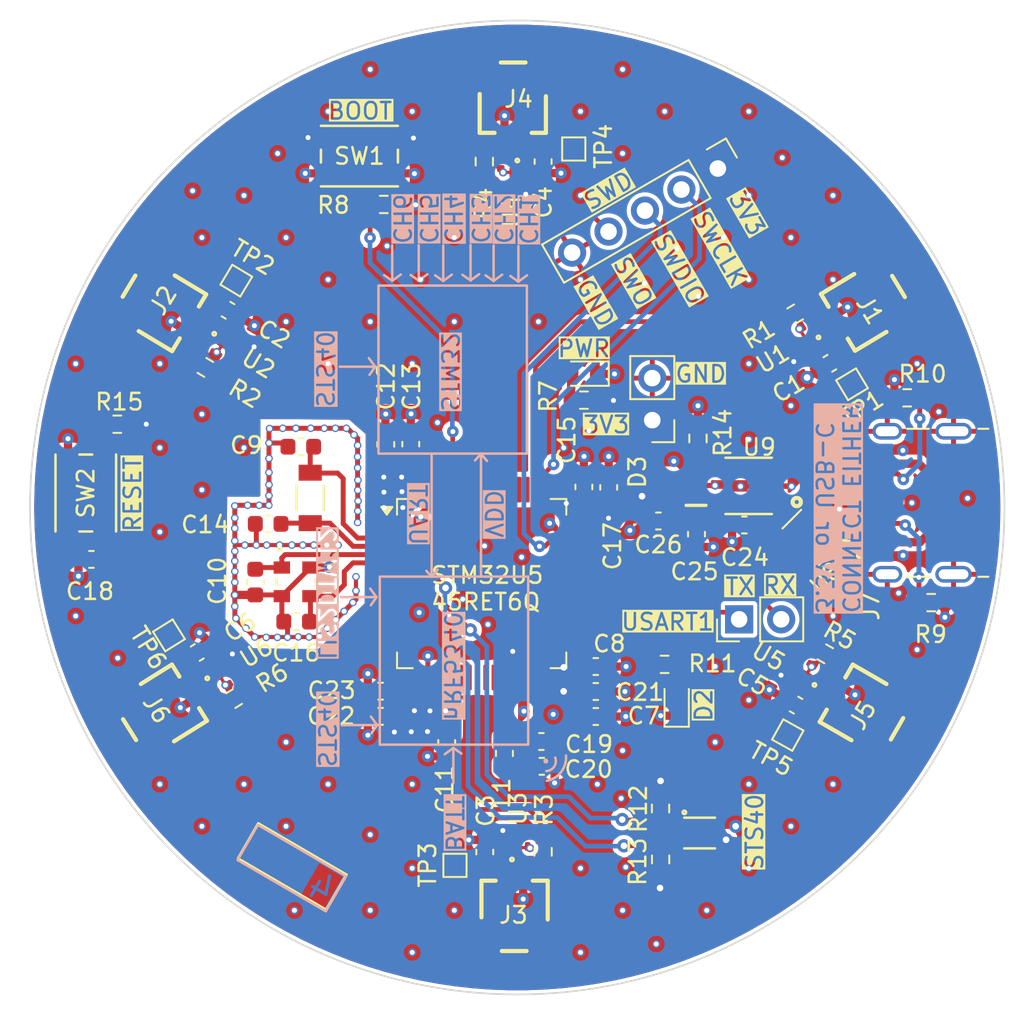
<source format=kicad_pcb>
(kicad_pcb (version 20240108) (generator "pcbnew") (generator_version "8.0")
  (title_block (date "2025-04-16"))
  (layers (0 "F.Cu" signal) (1 "In1.Cu" power) (2 "In2.Cu" power) (31 "B.Cu" signal) (34 "B.Paste" user) (35 "F.Paste" user) (36 "B.SilkS" user "B.Silkscreen") (37 "F.SilkS" user "F.Silkscreen") (38 "B.Mask" user) (39 "F.Mask" user) (44 "Edge.Cuts" user))
  (net 0 "")
  (net 1 "Net-(U1-A)")
  (net 2 "Net-(U2-A)")
  (net 3 "Net-(U3-A)")
  (net 4 "Net-(U4-A)")
  (net 5 "Net-(U5-A)")
  (net 6 "Net-(U6-A)")
  (net 7 "/VDD")
  (net 8 "/RCC_OSC32_IN")
  (net 9 "/RCC_OSC_IN")
  (net 10 "/RCC_OSC32_OUT")
  (net 11 "/RCC_OSC_OUT")
  (net 12 "/nRESET")
  (net 13 "/VBUS")
  (net 14 "Net-(D2-A)")
  (net 15 "/CC1")
  (net 18 "/CC2")
  (net 19 "/SWCLK")
  (net 20 "/SWDIO")
  (net 21 "/SDA")
  (net 22 "/SCL")
  (net 23 "/USART1_RX")
  (net 24 "/USART1_TX")
  (net 26 "/SWO")
  (net 27 "/VLXSMPS")
  (net 28 "/TIM3_CH1")
  (net 29 "/TIM4_CH1")
  (net 30 "/TIM15_CH1")
  (net 31 "/TIM2_CH1")
  (net 32 "/TIM8_CH1")
  (net 33 "/TIM5_CH1")
  (net 42 "/USB_DP")
  (net 56 "/DN")
  (net 57 "Net-(D3-IN)")
  (net 60 "Net-(D3-~{EN})")
  (net 62 "Net-(C19-Pad1)")
  (net 63 "/BOOT0")
  (net 64 "/GND")
  (net 65 "/USB_DN")
  (net 66 "/DP")
  (net 67 "/POWER_LED")
  (net 68 "/USER_LED")
  (footprint "LED_SMD:LED_0603_1608Metric" (layer "F.Cu") (at 147.54 97.12 180)
    (property "Reference" "D1" (hide yes))
    (property "Value" "GREEN")
  )
  (footprint "Capacitor_SMD:C_0603_1608Metric" (layer "F.Cu") (at 135.250002 117.819999 180)
    (property "Reference" "C22")
    (property "Value" "100nF")
  )
  (footprint "Capacitor_SMD:C_0603_1608Metric" (layer "F.Cu") (at 130.18 112.1 180)
    (property "Reference" "C16")
    (property "Value" "10pF")
  )
  (footprint "Project_Work:X2SON4XP6XP6_NEX" (layer "F.Cu") (at 143.304452 85.330736 -90)
    (property "Reference" "U4")
    (property "Value" "74LVC1G14GX4Z")
  )
  (footprint "Project_Work:SW4_PTS815 SJM 250 SMTR LFS_CNK" (layer "F.Cu") (at 133.97 83.98)
    (property "Reference" "SW1")
    (property "Value" "SW_MEC_5E")
  )
  (footprint "Project_Work:X2SON4XP6XP6_NEX" (layer "F.Cu") (at 143.378348 125.3817 90)
    (property "Reference" "U3")
    (property "Value" "74LVC1G14GX4Z")
  )
  (footprint "Resistor_SMD:R_0603_1608Metric" (layer "F.Cu") (at 167.04 98.58 180)
    (property "Reference" "R10")
    (property "Value" "5k1")
  )
  (footprint "Resistor_SMD:R_0603_1608Metric" (layer "F.Cu") (at 152.155659 126.465311 90)
    (property "Reference" "R13")
    (property "Value" "2.2K")
  )
  (footprint "Capacitor_SMD:C_0603_1608Metric" (layer "F.Cu") (at 130.43 101.534 180)
    (property "Reference" "C9")
    (property "Value" "6pF")
  )
  (footprint "Connector_PinHeader_2.54mm:PinHeader_1x02_P2.54mm_Vertical" (layer "F.Cu") (at 156.892499 111.95999 90)
    (property "Reference" "J10" (hide yes))
    (property "Value" "Conn_01x02_Pin")
  )
  (footprint "Resistor_SMD:R_0603_1608Metric" (layer "F.Cu") (at 147.5275 98.72)
    (property "Reference" "R7")
    (property "Value" "220R")
  )
  (footprint "Project_Work:X2SON4XP6XP6_NEX" (layer "F.Cu") (at 160.60028 115.20379 150)
    (property "Reference" "U5")
    (property "Value" "74LVC1G14GX4Z")
  )
  (footprint "Project_Work:TPS7A2033PDBVR" (layer "F.Cu") (at 157.47 103.9 180)
    (property "Reference" "U9")
    (property "Value" "TPS7A2033PDBVR")
  )
  (footprint "Capacitor_SMD:C_0603_1608Metric" (layer "F.Cu") (at 137.07 101.38 90)
    (property "Reference" "C13")
    (property "Value" "100nF")
  )
  (footprint "Capacitor_SMD:C_0603_1608Metric" (layer "F.Cu") (at 144.98 120.84)
    (property "Reference" "C20")
    (property "Value" "2.2uF")
  )
  (footprint "Resistor_SMD:R_0603_1608Metric" (layer "F.Cu") (at 152.149513 123.385311 -90)
    (property "Reference" "R12")
    (property "Value" "2.2K")
  )
  (footprint "Capacitor_SMD:C_0603_1608Metric" (layer "F.Cu") (at 144.955 119.34)
    (property "Reference" "C19")
    (property "Value" "2.2uF")
  )
  (footprint "Project_Work:SM02B-SRSS-TB" (layer "F.Cu") (at 122.309203 117.26423 -58)
    (property "Reference" "J6")
    (property "Value" "SM02B-SRSS-TB")
  )
  (footprint "Capacitor_SMD:C_0603_1608Metric" (layer "F.Cu") (at 148.24 116.32)
    (property "Reference" "C21")
    (property "Value" "10uF")
  )
  (footprint "Resistor_SMD:R_0603_1608Metric" (layer "F.Cu") (at 160.274531 93.510684 -149)
    (property "Reference" "R1")
    (property "Value" "200K")
  )
  (footprint "Project_Work:ECS-25MHz_XTAL" (layer "F.Cu") (at 130.15 109.696099)
    (property "Reference" "X2" (hide yes))
    (property "Value" "Crystal_GND24")
  )
  (footprint "TestPoint:TestPoint_Pad_1.0x1.0mm" (layer "F.Cu") (at 146.91 83.55 90)
    (property "Reference" "TP4")
    (property "Value" "DUT4")
  )
  (footprint "Capacitor_SMD:C_0603_1608Metric" (layer "F.Cu") (at 149.02 103.99 90)
    (property "Reference" "C17")
    (property "Value" "100nF")
  )
  (footprint "Capacitor_SMD:C_0603_1608Metric" (layer "F.Cu") (at 152.02 106.02 180)
    (property "Reference" "C26")
    (property "Value" "10uF")
  )
  (footprint "Project_Work:SM02B-SRSS-TB" (layer "F.Cu") (at 122.274754 93.194792 -121)
    (property "Reference" "J2")
    (property "Value" "SM02B-SRSS-TB")
  )
  (footprint "Capacitor_SMD:C_0603_1608Metric" (layer "F.Cu") (at 127.68 109.71 -90)
    (property "Reference" "C10")
    (property "Value" "10pF")
  )
  (footprint "Package_QFP:LQFP-64_10x10mm_P0.5mm" (layer "F.Cu") (at 141.35 109.8)
    (property "Reference" "U7" (hide yes))
    (property "Value" "STM32U545RETxQ")
  )
  (footprint "TestPoint:TestPoint_Pad_1.0x1.0mm" (layer "F.Cu") (at 159.831812 118.951195 61)
    (property "Reference" "TP5")
    (property "Value" "DUT1")
  )
  (footprint "Capacitor_SMD:C_0603_1608Metric" (layer "F.Cu") (at 154.320013 106.814997 -90)
    (property "Reference" "C25")
    (property "Value" "1uF")
  )
  (footprint "TestPoint:TestPoint_Pad_1.0x1.0mm" (layer "F.Cu") (at 122.47 112.93 122)
    (property "Reference" "TP6")
    (property "Value" "DUT2")
  )
  (footprint "Project_Work:SW4_PTS815 SJM 250 SMTR LFS_CNK" (layer "F.Cu") (at 117.45 104.33 90)
    (property "Reference" "SW2")
    (property "Value" "SW_MEC_5E")
  )
  (footprint "Project_Work:SOT65P210X110-6N" (layer "F.Cu") (at 153.344997 103.874984 180)
    (property "Reference" "D3")
    (property "Value" "NID5100GW-Q100H" (hide yes))
  )
  (footprint "Resistor_SMD:R_0603_1608Metric" (layer "F.Cu") (at 135.44 86.9 180)
    (property "Reference" "R8")
    (property "Value" "10K")
  )
  (footprint "Capacitor_SMD:C_0603_1608Metric" (layer "F.Cu") (at 162.370473 96.494655 -149)
    (property "Reference" "C1")
    (property "Value" "50pF")
  )
  (footprint "Project_Work:X2SON4XP6XP6_NEX" (layer "F.Cu") (at 126.033123 95.442412 -31)
    (property "Reference" "U2")
    (property "Value" "74LVC1G14GX4Z")
  )
  (footprint "Capacitor_SMD:C_0603_1608Metric" (layer "F.Cu") (at 145.060001 84.31 -90)
    (property "Reference" "C4")
    (property "Value" "50pF")
  )
  (footprint "Connector_PinHeader_2.54mm:PinHeader_1x05_P2.54mm_Vertical" (layer "F.Cu") (at 155.609114 84.73 -60)
    (property "Reference" "J8" (hide yes))
    (property "Value" "Conn_01x05_Pin")
  )
  (footprint "Capacitor_SMD:C_0603_1608Metric" (layer "F.Cu") (at 126.037356 93.291493 -31)
    (property "Reference" "C2")
    (property "Value" "50pF")
  )
  (footprint "Resistor_SMD:R_0603_1608Metric" (layer "F.Cu") (at 152.395 114.680001 180)
    (property "Reference" "R11")
    (property "Value" "220R")
  )
  (footprint "TestPoint:TestPoint_Pad_1.0x1.0mm" (layer "F.Cu") (at 163.710149 97.759481 -149)
    (property "Reference" "TP1")
    (property "Value" "DUT5")
  )
  (footprint "Capacitor_SMD:C_0603_1608Metric" (layer "F.Cu") (at 117.79 108.339999 180)
    (property "Reference" "C18")
    (property "Value" "100nF")
  )
  (footprint "Connector_PinHeader_2.54mm:PinHeader_1x02_P2.54mm_Vertical" (layer "F.Cu") (at 151.650022 99.929998 180)
    (property "Reference" "J9" (hide yes))
    (property "Value" "Conn_01x02_Pin")
  )
  (footprint "Project_Work:SM02B-SRSS-TB" (layer "F.Cu") (at 164.276535 93.174063 121)
    (property "Reference" "J1")
    (property "Value" "SM02B-SRSS-TB")
  )
  (footprint "Inductor_SMD:L_0603_1608Metric" (layer "F.Cu") (at 142.725 120.06 90)
    (property "Reference" "L1")
    (property "Value" "2.2uH")
  )
  (footprint "Capacitor_SMD:C_0603_1608Metric" (layer "F.Cu") (at 124.17911 113.962587 32)
    (property "Reference" "C6")
    (property "Value" "50pF")
  )
  (footprint "Capacitor_SMD:C_0603_1608Metric" (layer "F.Cu") (at 160.331453 117.144574 150)
    (property "Reference" "C5")
    (property "Value" "50pF")
  )
  (footprint "Resistor_SMD:R_0603_1608Metric" (layer "F.Cu") (at 145.058347 126.001701 90)
    (property "Reference" "R3")
    (property "Value" "200K")
  )
  (footprint "Project_Work:X2SON4XP6XP6_NEX" (layer "F.Cu") (at 125.811046 115.115389 32)
    (property "Reference" "U6")
    (property "Value" "74LVC1G14GX4Z")
  )
  (footprint "Resistor_SMD:R_0603_1608Metric" (layer "F.Cu") (at 168.49 110.95)
    (property "Reference" "R9")
    (property "Value" "5k1")
  )
  (footprint "Project_Work:X2SON4XP6XP6_NEX" (layer "F.Cu") (at 160.654147 95.316597 -149)
    (property "Reference" "U1")
    (property "Value" "74LVC1G14GX4Z")
  )
  (footprint "Capacitor_SMD:C_0603_1608Metric" (layer "F.Cu") (at 141.538348 126.016705 90)
    (property "Reference" "C3")
    (property "Value" "50pF")
  )
  (footprint "Project_Work:XTAL_ABS07_ABR" (layer "F.Cu") (at 131 104.626 -90)
    (property "Reference" "X1" (hide yes))
    (property "Value" "ABS07-32.768KHZ-6-T")
  )
  (footprint "Project_Work:SM02B-SRSS-TB" (layer "F.Cu") (at 143.338346 129.396702)
    (property "Reference" "J3")
    (property "Value" "SM02B-SRSS-TB")
  )
  (footprint "TestPoint:TestPoint_Pad_1.0x1.0mm" (layer "F.Cu") (at 126.535181 91.503412 59)
    (property "Reference" "TP2")
    (property "Value" "DUT6")
  )
  (footprint "Resistor_SMD:R_0603_1608Metric" (layer "F.Cu") (at 154.41 101.035 90)
    (property "Reference" "R14")
    (property "Value" "10K")
  )
  (footprint "Capacitor_SMD:C_0603_1608Metric" (layer "F.Cu") (at 148.24 117.83)
    (property "Reference" "C7")
    (property "Value" "10uF")
  )
  (footprint "Capacitor_SMD:C_0603_1608Metric" (layer "F.Cu") (at 135.25 116.3 180)
    (property "Reference" "C23")
    (property "Value" "10uF")
  )
  (footprint "Capacitor_SMD:C_0603_1608Metric" (layer "F.Cu") (at 139.24 119.395 -90)
    (property "Reference" "C11")
    (property "Value" "100nF")
  )
  (footprint "Project_Work:SAMESKY_UJ20-C-H-G-SMT-P16-TR-USBC-FEMALE" (layer "F.Cu") (at 169.84 104.92 90)
    (property "Reference" "J7")
    (property "Value" "UJ20-C-H-G-SMT-P16-TR")
  )
  (footprint "Project_Work:SM02B-SRSS-TB" (layer "F.Cu") (at 164.187184 117.25093 60)
    (property "Reference" "J5")
    (property "Value" "SM02B-SRSS-TB")
  )
  (footprint "Project_Work:STS40" (layer "F.Cu") (at 154.51 124.87)
    (property "Reference" "U10" (hide yes))
    (property "Value" "STS40-CD1B-R3")
  )
  (footprint "Capacitor_SMD:C_0603_1608Metric" (layer "F.Cu") (at 148.24 114.81)
    (property "Reference" "C8")
    (property "Value" "100nF")
  )
  (footprint "Capacitor_SMD:C_0603_1608Metric" (layer "F.Cu") (at 128.46 106.194 180)
    (property "Reference" "C14")
    (property "Value" "6pF")
  )
  (footprint "LED_SMD:LED_0603_1608Metric" (layer "F.Cu") (at 153.125 116.9625 90)
    (property "Reference" "D2")
    (property "Value" "RED")
  )
  (footprint "Resistor_SMD:R_0603_1608Metric" (layer "F.Cu") (at 124.665181 96.743412 -31)
    (property "Reference" "R2")
    (property "Value" "200K")
  )
  (footprint "Project_Work:SM02B-SRSS-TB" (layer "F.Cu") (at 143.230001 80.925 180)
    (property "Reference" "J4")
    (property "Value" "SM02B-SRSS-TB")
  )
  (footprint "Package_TO_SOT_SMD:SOT-23-6" (layer "F.Cu") (at 161.18 107.01 -135)
    (property "Reference" "U8")
    (property "Value" "USBLC6-2SC6")
  )
  (footprint "TestPoint:TestPoint_Pad_1.0x1.0mm" (layer "F.Cu") (at 139.738347 126.821701)
    (property "Reference" "TP3")
    (property "Value" "DUT3")
  )
  (footprint "Capacitor_SMD:C_0603_1608Metric" (layer "F.Cu") (at 135.56 101.39 90)
    (property "Reference" "C12")
    (property "Value" "100nF")
  )
  (footprint "Capacitor_SMD:C_0603_1608Metric" (layer "F.Cu") (at 147.52 103.965001 90)
    (property "Reference" "C15")
    (property "Value" "100nF")
  )
  (footprint "Resistor_SMD:R_0603_1608Metric" (layer "F.Cu") (at 141.510001 84.31 -90)
    (property "Reference" "R4")
    (property "Value" "200K")
  )
  (footprint "Capacitor_SMD:C_0603_1608Metric" (layer "F.Cu") (at 157.21 106.26 180)
    (property "Reference" "C24")
    (property "Value" "1uF")
  )
  (footprint "Resistor_SMD:R_0603_1608Metric" (layer "F.Cu") (at 126.402502 116.747309 32)
    (property "Reference" "R6")
    (property "Value" "200K")
  )
  (footprint "Resistor_SMD:R_0603_1608Metric" (layer "F.Cu") (at 162.092621 114.042082 150)
    (property "Reference" "R5")
    (property "Value" "200K")
  )
  (footprint "Resistor_SMD:R_0603_1608Metric" (layer "F.Cu") (at 119.35 100.175 180)
    (property "Reference" "R15")
    (property "Value" "4.7K")
  )
  (gr_line (start 139.64 119.729996) (end 140.13 120.07) (stroke (width 0.15)) (layer "B.SilkS"))
  (gr_line (start 135.949997 89.369996) (end 135.949997 91.509997) (stroke (width 0.15)) (layer "B.SilkS"))
  (gr_line (start 139.029999 89.379999) (end 139.029998 91.519998) (stroke (width 0.15)) (layer "B.SilkS"))
  (gr_line (start 134.619999 110.099997) (end 135.000001 110.619999) (stroke (width 0.15)) (layer "B.SilkS"))
  (gr_line (start 134.539998 96.179994) (end 134.919998 96.700001) (stroke (width 0.15)) (layer "B.SilkS"))
  (gr_line (start 139.549999 91.139999) (end 139.029998 91.519998) (stroke (width 0.15)) (layer "B.SilkS"))
  (gr_line (start 143.569996 89.419998) (end 143.569999 91.559999) (stroke (width 0.15)) (layer "B.SilkS"))
  (gr_poly (pts (xy 144.08 91.799996) (xy 144.080001 101.949998) (xy 135.119999 101.949999) (xy 135.119998 91.799999)) (stroke (width 0.15)) (fill none) (layer "B.SilkS"))
  (gr_line (start 132.78 96.699999) (end 134.919998 96.700001) (stroke (width 0.15)) (layer "B.SilkS"))
  (gr_line (start 138.329999 109.389999) (end 138.009998 109.029999) (stroke (width 0.15)) (layer "B.SilkS"))
  (gr_line (start 143.569999 91.559999) (end 143.080002 91.219999) (stroke (width 0.15)) (layer "B.SilkS"))
  (gr_poly (pts (xy 144.159999 109.379999) (xy 144.159999 119.529999) (xy 135.199999 119.53) (xy 135.199999 109.379998)) (stroke (width 0.15)) (fill none) (layer "B.SilkS"))
  (gr_line (start 141.31 101.960001) (end 141.669998 102.389997) (stroke (width 0.15)) (layer "B.SilkS"))
  (gr_line (start 136.470001 91.130001) (end 135.949997 91.509997) (stroke (width 0.15)) (layer "B.SilkS"))
  (gr_line (start 140.679999 91.489999) (end 140.190001 91.149998) (stroke (width 0.15)) (layer "B.SilkS"))
  (gr_line (start 138.070002 91.119999) (end 137.549999 91.499999) (stroke (width 0.15)) (layer "B.SilkS"))
  (gr_arc (start 146.440536 120.182719) (mid 146.155412 121.169935) (end 145.284914 121.715946) (stroke (width 0.15)) (layer "B.SilkS"))
  (gr_line (start 141.31 101.960001) (end 141.309996 109.369999) (stroke (width 0.15)) (layer "B.SilkS"))
  (gr_line (start 138.330001 102) (end 138.329999 109.389999) (stroke (width 0.15)) (layer "B.SilkS"))
  (gr_line (start 138.329999 109.389999) (end 138.690001 108.959997) (stroke (width 0.15)) (layer "B.SilkS"))
  (gr_line (start 137.549999 91.499999) (end 137.059998 91.159997) (stroke (width 0.15)) (layer "B.SilkS"))
  (gr_line (start 144.089997 91.180001) (end 143.569999 91.559999) (stroke (width 0.15)) (layer "B.SilkS"))
  (gr_line (start 141.669998 102.389997) (end 141.31 101.960001) (stroke (width 0.15)) (layer "B.SilkS"))
  (gr_line (start 137.549997 89.360001) (end 137.549999 91.499999) (stroke (width 0.15)) (layer "B.SilkS"))
  (gr_poly (pts (xy 131.94 129.6) (xy 126.617104 126.5) (xy 127.842106 124.378238) (xy 133.164999 127.478237)) (stroke (width 0.15)) (fill none) (layer "B.SilkS"))
  (gr_arc (start 145.789997 120.309998) (mid 145.729447 120.853549) (end 145.254943 121.125507) (stroke (width 0.15)) (layer "B.SilkS"))
  (gr_line (start 135.000001 110.619999) (end 134.659996 111.109997) (stroke (width 0.15)) (layer "B.SilkS"))
  (gr_line (start 142.069998 91.52) (end 141.579999 91.179999) (stroke (width 0.15)) (layer "B.SilkS"))
  (gr_arc (start 145.224314 120.522131) (mid 145.224314 120.522131) (end 145.224314 120.522131) (stroke (width 0.15)) (layer "B.SilkS"))
  (gr_line (start 142.070001 89.38) (end 142.069998 91.52) (stroke (width 0.15)) (layer "B.SilkS"))
  (gr_line (start 134.659999 117.829998) (end 135.039998 118.349999) (stroke (width 0.15)) (layer "B.SilkS"))
  (gr_line (start 132.859998 110.619998) (end 135.000001 110.619999) (stroke (width 0.15)) (layer "B.SilkS"))
  (gr_line (start 135.949997 91.509997) (end 135.459997 91.169999) (stroke (width 0.15)) (layer "B.SilkS"))
  (gr_line (start 132.899999 118.349999) (end 135.039998 118.349999) (stroke (width 0.15)) (layer "B.SilkS"))
  (gr_line (start 135.039998 118.349999) (end 134.7 118.840001) (stroke (width 0.15)) (layer "B.SilkS"))
  (gr_line (start 139.029998 91.519998) (end 138.539999 91.179999) (stroke (width 0.15)) (layer "B.SilkS"))
  (gr_line (start 139.640002 121.87) (end 139.64 119.729996) (stroke (width 0.15)) (layer "B.SilkS"))
  (gr_line (start 142.589999 91.139999) (end 142.069998 91.52) (stroke (width 0.15)) (layer "B.SilkS"))
  (gr_line (start 134.919998 96.700001) (end 134.579998 97.189998) (stroke (width 0.15)) (layer "B.SilkS"))
  (gr_line (start 141.199998 91.109998) (end 140.679999 91.489999) (stroke (width 0.15)) (layer "B.SilkS"))
  (gr_line (start 141.31 101.960001) (end 140.949998 102.359999) (stroke (width 0.15)) (layer "B.SilkS"))
  (gr_line (start 139.119996 120.109998) (end 139.64 119.729996) (stroke (width 0.15)) (layer "B.SilkS"))
  (gr_line (start 140.679999 89.350002) (end 140.679999 91.489999) (stroke (width 0.15)) (layer "B.SilkS"))
  (gr_poly (pts (xy 131.96 129.5) (xy 126.637104 126.4) (xy 127.862106 124.278238) (xy 133.184999 127.378237)) (stroke (width 0.15)) (fill none) (layer "F.SilkS"))
  (gr_circle (center 143.5 105.203808) (end 159.32 130.003808) (stroke (width 0.1)) (fill none) (layer "Edge.Cuts"))
  (gr_text "1" (at 126.81 126.19 -30) (layer "F.Cu") (effects (font (size 1.5 1.5) (thickness 0.1875)) (justify left bottom)))
  (gr_text "4" (at 131.95 129.37 330) (layer "B.Cu") (effects (font (size 1.5 1.5) (thickness 0.1875)) (justify left bottom mirror)))
  (gr_text "LIS2DTW12" (at 131.409999 114.489999 -90) (layer "B.SilkS" knockout) (effects (font (size 1 1)) (justify left bottom mirror)))
  (gr_text "CH5\n" (at 137.549997 89.360001 -90) (layer "B.SilkS" knockout) (effects (font (size 1 1)) (justify left bottom mirror)))
  (gr_text "CONNECT EITHER\n3.3V or USB-C" (at 161.45 111.675 -90) (layer "B.SilkS" knockout) (effects (font (size 1 1)) (justify left bottom mirror)))
  (gr_text "UART" (at 136.899997 107.579997 -90) (layer "B.SilkS" knockout) (effects (font (size 1 1)) (justify left bottom mirror)))
  (gr_text "CH2\n" (at 142.070001 89.38 -90) (layer "B.SilkS" knockout) (effects (font (size 1 1)) (justify left bottom mirror)))
  (gr_text "nRF5340" (at 139.01 118.170002 -90) (layer "B.SilkS" knockout) (effects (font (size 1 1)) (justify left bottom mirror)))
  (gr_text "CH6\n" (at 135.949997 89.369996 -90) (layer "B.SilkS" knockout) (effects (font (size 1 1)) (justify left bottom mirror)))
  (gr_text "CH4\n" (at 139.029999 89.379999 -90) (layer "B.SilkS" knockout) (effects (font (size 1 1)) (justify left bottom mirror)))
  (gr_text "BATT" (at 139.109999 126.090001 -90) (layer "B.SilkS" knockout) (effects (font (size 1 1)) (justify left bottom mirror)))
  (gr_text "CH1" (at 143.569996 89.419998 -90) (layer "B.SilkS" knockout) (effects (font (size 1 1)) (justify left bottom mirror)))
  (gr_text "VDD" (at 141.479999 107.109999 -90) (layer "B.SilkS" knockout) (effects (font (size 1 1)) (justify left bottom mirror)))
  (gr_text "STS40" (at 131.41 120.979997 -90) (layer "B.SilkS" knockout) (effects (font (size 1 1)) (justify left bottom mirror)))
  (gr_text "STS40" (at 131.289999 99.229999 -90) (layer "B.SilkS" knockout) (effects (font (size 1 1)) (justify left bottom mirror)))
  (gr_text "CH3\n" (at 140.679999 89.350002 -90) (layer "B.SilkS" knockout) (effects (font (size 1 1)) (justify left bottom mirror)))
  (gr_text "STM32" (at 138.840002 99.489998 -90) (layer "B.SilkS" knockout) (effects (font (size 1 1)) (justify left bottom mirror)))
  (gr_text "SWO" (at 149.15 90.4 -60) (layer "F.SilkS" knockout) (effects (font (size 1 1)) (justify left bottom)))
  (gr_text "SWCLK" (at 153.95 87.65 -60) (layer "F.SilkS" knockout) (effects (font (size 1 1)) (justify left bottom)))
  (gr_text "RESET" (at 120.86 106.77 90) (layer "F.SilkS" knockout) (effects (font (size 1 1)) (justify left bottom)))
  (gr_text "PWR" (at 145.85 96.19 0) (layer "F.SilkS" knockout) (effects (font (size 1 1)) (justify left bottom)))
  (gr_text "STM32U5\n45RET6Q" (at 138.21 111.49 0) (layer "F.SilkS") (effects (font (size 1 1)) (justify left bottom)))
  (gr_text "GND" (at 146.89 91.74 -60) (layer "F.SilkS" knockout) (effects (font (size 1 1)) (justify left bottom)))
  (gr_text "BOOT" (at 131.98 81.84 0) (layer "F.SilkS" knockout) (effects (font (size 1 1)) (justify left bottom)))
  (gr_text "TX" (at 155.98 110.57 0) (layer "F.SilkS" knockout) (effects (font (size 1 1)) (justify left bottom)))
  (gr_text "3V3" (at 147.4 100.79 0) (layer "F.SilkS" knockout) (effects (font (size 1 1)) (justify left bottom)))
  (gr_text "GND" (at 152.96 97.73 0) (layer "F.SilkS" knockout) (effects (font (size 1 1)) (justify left bottom)))
  (gr_text "STS40" (at 158.42 127.18 90) (layer "F.SilkS" knockout) (effects (font (size 1 1)) (justify left bottom)))
  (gr_text "USART1" (at 149.69 112.7 0) (layer "F.SilkS" knockout) (effects (font (size 1 1)) (justify left bottom)))
  (gr_text "SWDIO" (at 151.57 89.02 -60) (layer "F.SilkS" knockout) (effects (font (size 1 1)) (justify left bottom)))
  (gr_text "SWD " (at 147.88 87.4 30) (layer "F.SilkS" knockout) (effects (font (size 1 1)) (justify left bottom)))
  (gr_text "3V3" (at 156.12 86.46 -60) (layer "F.SilkS" knockout) (effects (font (size 1 1)) (justify left bottom)))
  (gr_text "RX" (at 158.25 110.5 0) (layer "F.SilkS" knockout) (effects (font (size 1 1)) (justify left bottom)))
  (segment (start 161.919198 94.799728) (end 161.773259 94.763364) (width 0.2) (layer "F.Cu") (net 1))
  (segment (start 163.237992 95.280388) (end 163.034774 96.095544) (width 0.2) (layer "F.Cu") (net 1))
  (segment (start 161.639738 94.730061) (end 162.35918 94.90947) (width 0.2) (layer "F.Cu") (net 1))
  (segment (start 160.981713 93.085791) (end 160.884944 93.473863) (width 0.2) (layer "F.Cu") (net 1))
  (segment (start 163.677724 97.830594) (end 163.752579 97.5063) (width 0.2) (layer "F.Cu") (net 1))
  (segment (start 160.981698 93.085762) (end 161.113211 93.29621) (width 0.2) (layer "F.Cu") (net 1))
  (segment (start 161.474729 95.05686) (end 161.07287 95.298333) (width 0.2) (layer "F.Cu") (net 1))
  (segment (start 160.884944 93.473863) (end 161.639738 94.730061) (width 0.2) (layer "F.Cu") (net 1))
  (segment (start 161.508187 94.922608) (end 161.474729 95.05686) (width 0.2) (layer "F.Cu") (net 1))
  (segment (start 162.990585 96.286826) (end 163.03478 96.095537) (width 0.2) (layer "F.Cu") (net 1))
  (segment (start 163.794898 97.36058) (end 163.677724 97.830594) (width 0.2) (layer "F.Cu") (net 1))
  (segment (start 162.35918 94.90947) (end 162.841116 94.619849) (width 0.2) (layer "F.Cu") (net 1))
  (segment (start 163.034774 96.095544) (end 163.794898 97.36058) (width 0.2) (layer "F.Cu") (net 1))
  (segment (start 161.773259 94.763364) (end 161.508187 94.922608) (width 0.2) (layer "F.Cu") (net 1))
  (segment (start 162.841116 94.619849) (end 163.237992 95.280388) (width 0.2) (layer "F.Cu") (net 1))
  (segment (start 124.025181 96.473412) (end 124.913935 95.039733) (width 0.2) (layer "F.Cu") (net 2))
  (segment (start 125.186336 94.36093) (end 125.226064 94.520266) (width 0.2) (layer "F.Cu") (net 2))
  (segment (start 125.373058 92.892337) (end 126.209992 91.499449) (width 0.2) (layer "F.Cu") (net 2))
  (segment (start 125.820436 95.081291) (end 125.15 94.7) (width 0.2) (layer "F.Cu") (net 2))
  (segment (start 124.225181 93.783412) (end 125.186336 94.36093) (width 0.2) (layer "F.Cu") (net 2))
  (segment (start 125.115181 92.913412) (end 124.505181 93.883412) (width 0.2) (layer "F.Cu") (net 2))
  (segment (start 125.226064 94.520266) (end 125.14882 94.64882) (width 0.2) (layer "F.Cu") (net 2))
  (segment (start 125.14882 94.64882) (end 124.913935 95.039733) (width 0.2) (layer "F.Cu") (net 2))
  (segment (start 144.578353 126.346704) (end 143.053296 126.346704) (width 0.2) (layer "F.Cu") (net 3))
  (segment (start 145.239999 126.925004) (end 145.254998 126.940003) (width 0.284) (layer "F.Cu") (net 3))
  (segment (start 145.058349 126.8267) (end 144.578353 126.346704) (width 0.2) (layer "F.Cu") (net 3))
  (segment (start 145.054997 126.58) (end 145.219998 126.745001) (width 0.284) (layer "F.Cu") (net 3))
  (segment (start 141.538347 126.791701) (end 139.813349 126.791701) (width 0.2) (layer "F.Cu") (net 3))
  (segment (start 143.053296 126.346704) (end 142.838347 126.561653) (width 0.2) (layer "F.Cu") (net 3))
  (segment (start 143.178348 125.75) (end 143.178348 126.346704) (width 0.2) (layer "F.Cu") (net 3))
  (segment (start 142.838347 126.561653) (end 142.838347 126.801707) (width 0.2) (layer "F.Cu") (net 3))
  (segment (start 141.538347 126.791701) (end 142.838347 126.791701) (width 0.2) (layer "F.Cu") (net 3))
  (segment (start 145.19 83.51) (end 146.715001 83.51) (width 0.2) (layer "F.Cu") (net 4))
  (segment (start 141.529996 83.499995) (end 142.150001 84.12) (width 0.2) (layer "F.Cu") (net 4))
  (segment (start 143.730001 82.900003) (end 143.730001 83.948902) (width 0.2) (layer "F.Cu") (net 4))
  (segment (start 143.730001 83.948902) (end 143.504452 84.174451) (width 0.2) (layer "F.Cu") (net 4))
  (segment (start 142.150001 84.12) (end 143.450001 84.12) (width 0.2) (layer "F.Cu") (net 4))
  (segment (start 143.504452 84.174451) (end 143.504452 84.962436) (width 0.2) (layer "F.Cu") (net 4))
  (segment (start 143.990001 83.28) (end 144.96 83.28) (width 0.2) (layer "F.Cu") (net 4))
  (segment (start 160.252625 118.831108) (end 159.842813 118.940921) (width 0.2) (layer "F.Cu") (net 5))
  (segment (start 161.519869 115.770831) (end 161.289388 115.832601) (width 0.2) (layer "F.Cu") (net 5))
  (segment (start 161.730181 116.409743) (end 162.226752 116.696431) (width 0.2) (layer "F.Cu") (net 5))
  (segment (start 161.002624 117.532068) (end 160.252625 118.831108) (width 0.2) (layer "F.Cu") (net 5))
  (segment (start 161.880043 117.296968) (end 161.002624 117.532068) (width 0.2) (layer "F.Cu") (net 5))
  (segment (start 161.566169 115.797561) (end 161.730181 116.409743) (width 0.2) (layer "F.Cu") (net 5))
  (segment (start 162.807085 114.454565) (end 162.183317 114.621703) (width 0.2) (layer "F.Cu") (net 5))
  (segment (start 161.519869 115.770831) (end 161.566169 115.797561) (width 0.2) (layer "F.Cu") (net 5))
  (segment (start 162.183317 114.621703) (end 161.519869 115.770831) (width 0.2) (layer "F.Cu") (net 5))
  (segment (start 162.226752 116.696431) (end 161.880043 117.296968) (width 0.2) (layer "F.Cu") (net 5))
  (segment (start 161.289388 115.832601) (end 160.819241 115.56116) (width 0.2) (layer "F.Cu") (net 5))
  (segment (start 125.783422 116.835606) (end 124.924746 115.461431) (width 0.2) (layer "F.Cu") (net 6))
  (segment (start 123.335643 115.179879) (end 123.521861 114.37327) (width 0.2) (layer "F.Cu") (net 6))
  (segment (start 124.924746 115.461431) (end 124.932315 115.428646) (width 0.2) (layer "F.Cu") (net 6))
  (segment (start 124.924746 115.461431) (end 124.432576 115.347805) (width 0.2) (layer "F.Cu") (net 6))
  (segment (start 125.702879 117.184498) (end 125.783422 116.835606) (width 0.2) (layer "F.Cu") (net 6))
  (segment (start 123.719147 115.793609) (end 123.335643 115.179879) (width 0.2) (layer "F.Cu") (net 6))
  (segment (start 122.72288 113.094632) (end 122.821282 112.668422) (width 0.2) (layer "F.Cu") (net 6))
  (segment (start 123.521861 114.37327) (end 122.72288 113.094632) (width 0.2) (layer "F.Cu") (net 6))
  (segment (start 124.432576 115.347805) (end 123.719147 115.793609) (width 0.2) (layer "F.Cu") (net 6))
  (segment (start 124.932315 115.428646) (end 125.392711 115.140955) (width 0.2) (layer "F.Cu") (net 6))
  (segment (start 131.79 82.875002) (end 136.290001 82.875002) (width 0.284) (layer "F.Cu") (net 7))
  (segment (start 136.94 114.48) (end 136.025001 115.394999) (width 0.3) (layer "F.Cu") (net 7))
  (segment (start 156.100397 125.270049) (end 155.259301 125.270049) (width 0.3) (layer "F.Cu") (net 7))
  (segment (start 143.6 114.27) (end 143.6 115.475) (width 0.3) (layer "F.Cu") (net 7))
  (segment (start 151.03 104.524999) (end 152.39498 104.524999) (width 0.3) (layer "F.Cu") (net 7))
  (segment (start 148.2325 98.74) (end 149.3075 98.74) (width 0.5) (layer "F.Cu") (net 7))
  (segment (start 136.025001 117.819997) (end 136.025003 117.819999) (width 0.3) (layer "F.Cu") (net 7))
  (segment (start 149.02 105.84) (end 149.02 104.765001) (width 0.5) (layer "F.Cu") (net 7))
  (segment (start 143.225 113.895) (end 143.6 114.27) (width 0.3) (layer "F.Cu") (net 7))
  (segment (start 139.18 117.48) (end 139.1925 117.4925) (width 0.5) (layer "F.Cu") (net 7))
  (segment (start 147.025 113.55) (end 146.25 113.55) (width 0.3) (layer "F.Cu") (net 7))
  (segment (start 152.155659 127.290311) (end 152.155659 128.154341) (width 0.5) (layer "F.Cu") (net 7))
  (segment (start 136.290002 82.875001) (end 137.215001 82.875001) (width 0.5) (layer "F.Cu") (net 7))
  (segment (start 130.885002 82.875002) (end 130.87 82.86) (width 0.5) (layer "F.Cu") (net 7))
  (segment (start 138.6 117.12) (end 138.6 115.475) (width 0.3) (layer "F.Cu") (net 7))
  (segment (start 138.23 117.49) (end 138.6 117.12) (width 0.3) (layer "F.Cu") (net 7))
  (segment (start 152.155659 128.154341) (end 152.12 128.19) (width 0.5) (layer "F.Cu") (net 7))
  (segment (start 146.25 113.55) (end 145.88 113.92) (width 0.3) (layer "F.Cu") (net 7))
  (segment (start 147.465003 116.319999) (end 146.309999 116.319999) (width 0.5) (layer "F.Cu") (net 7))
  (segment (start 156.105659 125.275311) (end 156.100397 125.270049) (width 0.3) (layer "F.Cu") (net 7))
  (segment (start 152.149513 121.720487) (end 152.15 121.72) (width 0.5) (layer "F.Cu") (net 7))
  (segment (start 146.21 114.86) (end 146.31 114.86) (width 0.3) (layer "F.Cu") (net 7))
  (segment (start 139.1925 117.4925) (end 139.1925 118.635) (width 0.5) (layer "F.Cu") (net 7))
  (segment (start 136.025001 115.394999) (end 136.025001 116.3) (width 0.3) (layer "F.Cu") (net 7))
  (segment (start 136.025001 116.3) (end 136.025001 117.819997) (width 0.3) (layer "F.Cu") (net 7))
  (segment (start 136.290001 82.875002) (end 136.290002 82.875001) (width 0.284) (layer "F.Cu") (net 7))
  (segment (start 145.88 113.92) (end 145.88 114.53) (width 0.3) (layer "F.Cu") (net 7))
  (segment (start 135.675 112.05) (end 136.55312 112.05) (width 0.3) (layer "F.Cu") (net 7))
  (segment (start 147.464999 114.81) (end 146.36 114.81) (width 0.5) (layer "F.Cu") (net 7))
  (segment (start 146.36 114.81) (end 146.31 114.86) (width 0.5) (layer "F.Cu") (net 7))
  (segment (start 120.175 100.175) (end 121.1 100.175) (width 0.5) (layer "F.Cu") (net 7))
  (segment (start 136.94 112.43688) (end 136.94 114.48) (width 0.3) (layer "F.Cu") (net 7))
  (segment (start 131.79 82.875002) (end 130.885002 82.875002) (width 0.5) (layer "F.Cu") (net 7))
  (segment (start 145.88 114.53) (end 146.21 114.86) (width 0.3) (layer "F.Cu") (net 7))
  (segment (start 149.01 105.85) (end 149.02 105.84) (width 0.5) (layer "F.Cu") (net 7))
  (segment (start 136.55312 112.05) (end 136.94 112.43688) (width 0.3) (layer "F.Cu") (net 7))
  (segment (start 146.309999 116.319999) (end 146.3 116.31) (width 0.5) (layer "F.Cu") (net 7))
  (segment (start 137.215001 82.875001) (end 137.23 82.89) (width 0.5) (layer "F.Cu") (net 7))
  (segment (start 152.149513 122.560311) (end 152.149513 121.720487) (width 0.5) (layer "F.Cu") (net 7))
  (via (at 146.46 104.96) (size 0.7) (drill 0.3) (layers "F.Cu" "B.Cu") (net 7))
  (via (at 152.12 128.19) (size 0.8) (drill 0.4) (layers "F.Cu" "B.Cu") (net 7))
  (via (at 139.18 117.48) (size 0.7) (drill 0.3) (layers "F.Cu" "B.Cu") (net 7))
  (via (at 136.54 104.25) (size 0.7) (drill 0.3) (layers "F.Cu" "B.Cu") (net 7))
  (via (at 135.45 104.28) (size 0.7) (drill 0.3) (layers "F.Cu" "B.Cu") (net 7))
  (via (at 156.105659 125.275311) (size 0.8) (drill 0.4) (layers "F.Cu" "B.Cu") (net 7))
  (via (at 137.23 82.89) (size 0.7) (drill 0.3) (layers "F.Cu" "B.Cu") (net 7))
  (via (at 136.52 103.37) (size 0.7) (drill 0.3) (layers "F.Cu" "B.Cu") (net 7))
  (via (at 138.08 118.74) (size 0.7) (drill 0.3) (layers "F.Cu" "B.Cu") (net 7))
  (via (at 146.31 114.86) (size 0.8) (drill 0.4) (layers "F.Cu" "B.Cu") (net 7))
  (via (at 138.23 117.49) (size 0.7) (drill 0.3) (layers "F.Cu" "B.Cu") (net 7))
  (via (at 130.87 82.86) (size 0.7) (drill 0.3) (layers "F.Cu" "B.Cu") (net 7))
  (via (at 146.3 116.31) (size 0.8) (drill 0.4) (layers "F.Cu" "B.Cu") (net 7))
  (via (at 126.300039 114.052667) (size 0.45) (drill 0.3) (layers "F.Cu" "B.Cu") (net 7))
  (via (at 137.29 117.48) (size 0.7) (drill 0.3) (layers "F.Cu" "B.Cu") (net 7))
  (via (at 135.45 105.21) (size 0.7) (drill 0.3) (layers "F.Cu" "B.Cu") (net 7))
  (via (at 151.03 104.524999) (size 0.8) (drill 0.4) (layers "F.Cu" "B.Cu") (net 7))
  (via (at 149.3075 98.74) (size 0.7) (drill 0.3) (layers "F.Cu" "B.Cu") (net 7))
  (via (at 136.08 118.77) (size 0.7) (drill 0.3) (layers "F.Cu" "B.Cu") (net 7))
  (via (at 121.1 100.175) (size 0.7) (drill 0.3) (layers "F.Cu" "B.Cu") (net 7))
  (via (at 149.01 105.85) (size 0.7) (drill 0.3) (layers "F.Cu" "B.Cu") (net 7))
  (via (at 136.59 105.21) (size 0.7) (drill 0.3) (layers "F.Cu" "B.Cu") (net 7))
  (via (at 135.44 103.37) (size 0.7) (drill 0.3) (layers "F.Cu" "B.Cu") (net 7))
  (via (at 137.1 118.75) (size 0.7) (drill 0.3) (layers "F.Cu" "B.Cu") (net 7))
  (via (at 160.193112 96.396091) (size 0.45) (drill 0.3) (layers "F.Cu" "B.Cu") (net 7))
  (via (at 152.15 121.72) (size 0.8) (drill 0.4) (layers "F.Cu" "B.Cu") (net 7))
  (via (at 127.610428 95.500686) (size 0.45) (drill 0.3) (layers "F.Cu" "B.Cu") (net 7))
  (via (at 143.225 113.895) (size 0.7) (drill 0.3) (layers "F.Cu" "B.Cu") (net 7))
  (via (at 144.010001 86.28) (size 0.45) (drill 0.3) (layers "F.Cu" "B.Cu") (net 7))
  (via (at 142.63 124.72) (size 0.45) (drill 0.3) (layers "F.Cu" "B.Cu") (net 7))
  (via (at 159.424599 115.331786) (size 0.45) (drill 0.3) (layers "F.Cu" "B.Cu") (net 7))
  (segment (start 131 101.739001) (end 131.205001 101.534) (width 0.3) (layer "F.Cu") (net 8))
  (segment (start 132.99 106.18) (end 132.99 103.46) (width 0.3) (layer "F.Cu") (net 8))
  (segment (start 132.656 103.126) (end 131 103.126) (width 0.3) (layer "F.Cu") (net 8))
  (segment (start 133.86 107.05) (end 132.99 106.18) (width 0.3) (layer "F.Cu") (net 8))
  (segment (start 132.99 103.46) (end 132.656 103.126) (width 0.3) (layer "F.Cu") (net 8))
  (segment (start 131 103.102) (end 131 101.739001) (width 0.3) (layer "F.Cu") (net 8))
  (segment (start 135.675 107.05) (end 133.86 107.05) (width 0.3) (layer "F.Cu") (net 8))
  (segment (start 129.286399 108.266399) (end 129.286399 108.831099) (width 0.3) (layer "F.Cu") (net 9))
  (segment (start 127.7839 108.831099) (end 127.68 108.934999) (width 0.3) (layer "F.Cu") (net 9))
  (segment (start 129.28 108.26) (end 129.286399 108.266399) (width 0.3) (layer "F.Cu") (net 9))
  (segment (start 129.49 108.05) (end 129.28 108.26) (width 0.3) (layer "F.Cu") (net 9))
  (segment (start 129.286399 108.831099) (end 127.7839 108.831099) (width 0.3) (layer "F.Cu") (net 9))
  (segment (start 135.675 108.05) (end 129.49 108.05) (width 0.3) (layer "F.Cu") (net 9))
  (segment (start 135.675 107.55) (end 133.59 107.55) (width 0.3) (layer "F.Cu") (net 10))
  (segment (start 133.59 107.55) (end 132.19 106.15) (width 0.3) (layer "F.Cu") (net 10))
  (segment (start 132.19 106.15) (end 129.279001 106.15) (width 0.3) (layer "F.Cu") (net 10))
  (segment (start 129.279001 106.15) (end 129.235001 106.194) (width 0.3) (layer "F.Cu") (net 10))
  (segment (start 132.368901 110.561099) (end 131.013601 110.561099) (width 0.3) (layer "F.Cu") (net 11))
  (segment (start 133.06 109.07) (end 133.06 109.87) (width 0.3) (layer "F.Cu") (net 11))
  (segment (start 131.013601 110.561099) (end 131.013601 112.0414) (width 0.3) (layer "F.Cu") (net 11))
  (segment (start 133.06 109.87) (end 132.368901 110.561099) (width 0.3) (layer "F.Cu") (net 11))
  (segment (start 135.675 108.55) (end 133.58 108.55) (width 0.3) (layer "F.Cu") (net 11))
  (segment (start 133.58 108.55) (end 133.06 109.07) (width 0.3) (layer "F.Cu") (net 11))
  (segment (start 131.013601 112.0414) (end 130.955001 112.1) (width 0.3) (layer "F.Cu") (net 11))
  (segment (start 118.524999 100.175001) (end 118.525 100.175) (width 0.3) (layer "F.Cu") (net 12))
  (segment (start 118.53 106.61) (end 118.55 106.59) (width 0.3) (layer "F.Cu") (net 12))
  (segment (start 131.6 114.11) (end 127.69 114.11) (width 0.3) (layer "F.Cu") (net 12))
  (segment (start 118.53 108.339999) (end 118.53 106.61) (width 0.3) (layer "F.Cu") (net 12))
  (segment (start 134.79688 109.05) (end 134.48 109.36688) (width 0.3) (layer "F.Cu") (net 12))
  (segment (start 134.48 109.36688) (end 134.48 111.23) (width 0.3) (layer "F.Cu") (net 12))
  (segment (start 121.919999 108.339999) (end 118.53 108.339999) (width 0.3) (layer "F.Cu") (net 12))
  (segment (start 118.524999 102.079999) (end 118.524999 100.175001) (width 0.3) (layer "F.Cu") (net 12))
  (segment (start 135.675 109.05) (end 134.79688 109.05) (width 0.3) (layer "F.Cu") (net 12))
  (segment (start 134.48 111.23) (end 131.6 114.11) (width 0.3) (layer "F.Cu") (net 12))
  (segment (start 127.69 114.11) (end 121.919999 108.339999) (width 0.3) (layer "F.Cu") (net 12))
  (segment (start 118.55 106.59) (end 118.55 102.089998) (width 0.3) (layer "F.Cu") (net 12))
  (segment (start 163.44 108.27) (end 164.39 107.32) (width 0.2) (layer "F.Cu") (net 13))
  (segment (start 162.65 102.4) (end 160.65 102.4) (width 0.25) (layer "F.Cu") (net 13))
  (segment (start 160.65 102.4) (end 160.069999 102.980001) (width 0.25) (layer "F.Cu") (net 13))
  (segment (start 165.285 107.3) (end 165.265 107.32) (width 0.5) (layer "F.Cu") (net 13))
  (segment (start 168.51 106.61) (end 167.82 107.3) (width 0.5) (layer "F.Cu") (net 13))
  (segment (start 167.82 107.3) (end 165.285 107.3) (width 0.5) (layer "F.Cu") (net 13))
  (segment (start 167.75 102.56) (end 168.51 103.32) (width 0.5) (layer "F.Cu") (net 13))
  (segment (start 160.179991 104.880009) (end 158.50097 104.880009) (width 0.5) (layer "F.Cu") (net 13))
  (segment (start 160.069999 102.980001) (end 158.500965 102.980001) (width 0.25) (layer "F.Cu") (net 13))
  (segment (start 165.265 102.52) (end 165.305 102.56) (width 0.5) (layer "F.Cu") (net 13))
  (segment (start 162.77 102.52) (end 165.265 102.52) (width 0.5) (layer "F.Cu") (net 13))
  (segment (start 162.54 102.52) (end 160.179991 104.880009) (width 0.5) (layer "F.Cu") (net 13))
  (segment (start 165.305 102.56) (end 167.75 102.56) (width 0.5) (layer "F.Cu") (net 13))
  (segment (start 157.985003 105.054997) (end 157.99 105.05) (width 0.5) (layer "F.Cu") (net 13))
  (segment (start 161.3 107.24) (end 162.33 108.27) (width 0.2) (layer "F.Cu") (net 13))
  (segment (start 162.33 108.27) (end 163.44 108.27) (width 0.2) (layer "F.Cu") (net 13))
  (segment (start 160.375669 107.794331) (end 160.93 107.24) (width 0.2) (layer "F.Cu") (net 13))
  (segment (start 160.93 107.24) (end 161.3 107.24) (width 0.2) (layer "F.Cu") (net 13))
  (segment (start 160.375669 107.814326) (end 160.375669 107.794331) (width 0.2) (layer "F.Cu") (net 13))
  (segment (start 168.51 103.32) (end 168.51 106.61) (width 0.5) (layer "F.Cu") (net 13))
  (segment (start 164.39 107.32) (end 165.265 107.32) (width 0.2) (layer "F.Cu") (net 13))
  (segment (start 162.77 102.52) (end 162.65 102.4) (width 0.25) (layer "F.Cu") (net 13))
  (segment (start 157.985003 106.260013) (end 157.985003 105.054997) (width 0.5) (layer "F.Cu") (net 13))
  (segment (start 162.77 102.52) (end 162.54 102.52) (width 0.5) (layer "F.Cu") (net 13))
  (segment (start 153.22 116.079999) (end 153.125 116.174999) (width 0.3) (layer "F.Cu") (net 14))
  (segment (start 153.22 114.680001) (end 153.22 116.079999) (width 0.3) (layer "F.Cu") (net 14))
  (segment (start 167.75 109.42) (end 167.75 110.86503) (width 0.3) (layer "F.Cu") (net 15))
  (segment (start 165.265 106.17) (end 166.82 106.17) (width 0.3) (layer "F.Cu") (net 15))
  (segment (start 166.82 106.17) (end 166.92 106.27) (width 0.3) (layer "F.Cu") (net 15))
  (segment (start 167.75 110.86503) (end 167.665006 110.950024) (width 0.3) (layer "F.Cu") (net 15))
  (via (at 167.75 109.42) (size 0.7) (drill 0.3) (layers "F.Cu" "B.Cu") (net 15))
  (via (at 166.92 106.27) (size 0.7) (drill 0.3) (layers "F.Cu" "B.Cu") (net 15))
  (segment (start 167.75 107.1) (end 167.75 109.42) (width 0.3) (layer "B.Cu") (net 15))
  (segment (start 166.92 106.27) (end 167.75 107.1) (width 0.3) (layer "B.Cu") (net 15))
  (segment (start 167.8 98.645002) (end 167.865004 98.579998) (width 0.3) (layer "F.Cu") (net 18))
  (segment (start 165.265 103.17) (end 166.47 103.17) (width 0.3) (layer "F.Cu") (net 18))
  (segment (start 167.8 99.83) (end 167.8 98.645002) (width 0.3) (layer "F.Cu") (net 18))
  (segment (start 166.47 103.17) (end 166.81 103.51) (width 0.3) (layer "F.Cu") (net 18))
  (via (at 167.8 99.83) (size 0.7) (drill 0.3) (layers "F.Cu" "B.Cu") (net 18))
  (via (at 166.81 103.51) (size 0.7) (drill 0.3) (layers "F.Cu" "B.Cu") (net 18))
  (segment (start 166.81 103.51) (end 167.8 102.52) (width 0.3) (layer "B.Cu") (net 18))
  (segment (start 167.8 102.52) (end 167.8 99.83) (width 0.3) (layer "B.Cu") (net 18))
  (segment (start 145.1 103.19) (end 145.69 102.6) (width 0.284) (layer "F.Cu") (net 19))
  (segment (start 145.1 104.125) (end 145.1 103.19) (width 0.284) (layer "F.Cu") (net 19))
  (via (at 145.69 102.6) (size 0.7) (drill 0.3) (layers "F.Cu" "B.Cu") (net 19))
  (segment (start 154.5 87.090591) (end 154.5 90.17) (width 0.284) (layer "B.Cu") (net 19))
  (segment (start 153.409409 86) (end 154.5 87.090591) (width 0.284) (layer "B.Cu") (net 19))
  (segment (start 145.69 98.98) (end 145.69 102.6) (width 0.284) (layer "B.Cu") (net 19))
  (segment (start 154.5 90.17) (end 145.69 98.98) (width 0.284) (layer "B.Cu") (net 19))
  (segment (start 145.67 107.05) (end 147.025 107.05) (width 0.284) (layer "F.Cu") (net 20))
  (segment (start 145.17 107.55) (end 145.67 107.05) (width 0.284) (layer "F.Cu") (net 20))
  (segment (start 144.84 107.55) (end 145.17 107.55) (width 0.284) (layer "F.Cu") (net 20))
  (via (at 144.84 107.55) (size 0.7) (drill 0.3) (layers "F.Cu" "B.Cu") (net 20))
  (segment (start 143.9 97.11) (end 152.13 88.88) (width 0.284) (layer "B.Cu") (net 20))
  (segment (start 152.13 88.88) (end 152.13 88.190295) (width 0.284) (layer "B.Cu") (net 20))
  (segment (start 144.84 107.55) (end 144.67 107.55) (width 0.284) (layer "B.Cu") (net 20))
  (segment (start 144.67 107.55) (end 143.9 106.78) (width 0.284) (layer "B.Cu") (net 20))
  (segment (start 143.9 106.78) (end 143.9 97.11) (width 0.284) (layer "B.Cu") (net 20))
  (segment (start 152.13 88.190295) (end 151.209705 87.27) (width 0.284) (layer "B.Cu") (net 20))
  (segment (start 138.110653 110.05) (end 135.675 110.05) (width 0.284) (layer "F.Cu") (net 21))
  (segment (start 153.090299 124.46995) (end 152.830661 124.21031) (width 0.284) (layer "F.Cu") (net 21))
  (segment (start 139.102653 111.042653) (end 139.102653 111.042) (width 0.284) (layer "F.Cu") (net 21))
  (segment (start 152.019202 124.08) (end 152.149513 124.210311) (width 0.284) (layer "F.Cu") (net 21))
  (segment (start 153.7607 124.469951) (end 153.090299 124.46995) (width 0.284) (layer "F.Cu") (net 21))
  (segment (start 149.86 124.08) (end 152.019202 124.08) (width 0.284) (layer "F.Cu") (net 21))
  (segment (start 152.830661 124.21031) (end 152.149513 124.210311) (width 0.284) (layer "F.Cu") (net 21))
  (segment (start 139.102653 111.042) (end 138.110653 110.05) (width 0.284) (layer "F.Cu") (net 21))
  (segment (start 149.835 124.055) (end 149.86 124.08) (width 0.284) (layer "F.Cu") (net 21))
  (segment (start 140.66 112.6) (end 139.102653 111.042653) (width 0.284) (layer "F.Cu") (net 21))
  (via (at 140.66 112.6) (size 0.8) (drill 0.4) (layers "F.Cu" "B.Cu") (net 21))
  (via (at 149.835 124.055) (size 0.8) (drill 0.4) (layers "F.Cu" "B.Cu") (net 21))
  (segment (start 147.916 123.966) (end 146.62 122.67) (width 0.284) (layer "B.Cu") (net 21))
  (segment (start 146.62 122.67) (end 142.99 122.67) (width 0.284) (layer "B.Cu") (net 21))
  (segment (start 141.66 121.34) (end 141.66 113.6) (width 0.284) (layer "B.Cu") (net 21))
  (segment (start 149.746 123.966) (end 147.916 123.966) (width 0.284) (layer "B.Cu") (net 21))
  (segment (start 142.99 122.67) (end 141.66 121.34) (width 0.284) (layer "B.Cu") (net 21))
  (segment (start 141.66 113.6) (end 140.66 112.6) (width 0.284) (layer "B.Cu") (net 21))
  (segment (start 149.835 124.055) (end 149.746 123.966) (width 0.284) (layer "B.Cu") (net 21))
  (segment (start 139.17 110.06) (end 138.66 109.55) (width 0.284) (layer "F.Cu") (net 22))
  (segment (start 152.155348 125.64) (end 152.155659 125.640311) (width 0.284) (layer "F.Cu") (net 22))
  (segment (start 153.180921 125.270049) (end 152.785661 125.66531) (width 0.284) (layer "F.Cu") (net 22))
  (segment (start 138.66 109.55) (end 135.675 109.55) (width 0.284) (layer "F.Cu") (net 22))
  (segment (start 152.144344 125.665311) (end 152.136987 125.657956) (width 0.284) (layer "F.Cu") (net 22))
  (segment (start 152.785661 125.66531) (end 152.144344 125.665311) (width 0.284) (layer "F.Cu") (net 22))
  (segment (start 153.7607 125.270049) (end 153.180921 125.270049) (width 0.284) (layer "F.Cu") (net 22))
  (segment (start 149.94 125.64) (end 152.155348 125.64) (width 0.284) (layer "F.Cu") (net 22))
  (via (at 149.94 125.64) (size 0.8) (drill 0.4) (layers "F.Cu" "B.Cu") (net 22))
  (via (at 139.17 110.06) (size 0.8) (drill 0.4) (layers "F.Cu" "B.Cu") (net 22))
  (segment (start 139.13 113.34) (end 140.53 114.74) (width 0.284) (layer "B.Cu") (net 22))
  (segment (start 145.9 123.93) (end 147.63 125.66) (width 0.284) (layer "B.Cu") (net 22))
  (segment (start 147.63 125.66) (end 149.92 125.66) (width 0.284) (layer "B.Cu") (net 22))
  (segment (start 139.13 110.1) (end 139.13 113.34) (width 0.284) (layer "B.Cu") (net 22))
  (segment (start 142.435 123.93) (end 145.9 123.93) (width 0.284) (layer "B.Cu") (net 22))
  (segment (start 139.17 110.06) (end 139.13 110.1) (width 0.284) (layer "B.Cu") (net 22))
  (segment (start 149.92 125.66) (end 149.94 125.64) (width 0.284) (layer "B.Cu") (net 22))
  (segment (start 140.53 114.74) (end 140.53 122.025) (width 0.284) (layer "B.Cu") (net 22))
  (segment (start 140.53 122.025) (end 142.435 123.93) (width 0.284) (layer "B.Cu") (net 22))
  (segment (start 158.172521 110.7) (end 159.432497 111.959976) (width 0.284) (layer "F.Cu") (net 23))
  (segment (start 147.025 108.55) (end 148.21 108.55) (width 0.284) (layer "F.Cu") (net 23))
  (segment (start 150.36 110.7) (end 158.172521 110.7) (width 0.284) (layer "F.Cu") (net 23))
  (segment (start 148.21 108.55) (end 150.36 110.7) (width 0.284) (layer "F.Cu") (net 23))
  (segment (start 150.50552 111.53) (end 156.462509 111.53) (width 0.284) (layer "F.Cu") (net 24))
  (segment (start 148.02552 109.05) (end 150.50552 111.53) (width 0.284) (layer "F.Cu") (net 24))
  (segment (start 156.462509 111.53) (end 156.892499 111.95999) (width 0.284) (layer "F.Cu") (net 24))
  (segment (start 147.025 109.05) (end 148.02552 109.05) (width 0.284) (layer "F.Cu") (net 24))
  (segment (start 145.34 87.65) (end 148.12 87.65) (width 0.284) (layer "F.Cu") (net 26))
  (segment (start 148.12 87.65) (end 149.01 88.54) (width 0.284) (layer "F.Cu") (net 26))
  (segment (start 142.96 90.03) (end 145.34 87.65) (width 0.284) (layer "F.Cu") (net 26))
  (segment (start 142.96 102.398194) (end 142.96 90.03) (width 0.284) (layer "F.Cu") (net 26))
  (segment (start 142.1 103.258194) (end 142.96 102.398194) (width 0.284) (layer "F.Cu") (net 26))
  (segment (start 142.1 104.125) (end 142.1 103.258194) (width 0.284) (layer "F.Cu") (net 26))
  (segment (start 143.1 118.24) (end 142.725 118.615) (width 0.3) (layer "F.Cu") (net 27))
  (segment (start 143.1 115.475) (end 143.1 118.24) (width 0.3) (layer "F.Cu") (net 27))
  (segment (start 142.725 118.615) (end 142.725 119.2725) (width 0.3) (layer "F.Cu") (net 27))
  (segment (start 144.6 104.125) (end 144.6 96.71) (width 0.284) (layer "F.Cu") (net 28))
  (segment (start 159.567384 93.935578) (end 159.49677 94.241494) (width 0.2) (layer "F.Cu") (net 28))
  (segment (start 159.522967 93.98) (end 159.567384 93.935583) (width 0.284) (layer "F.Cu") (net 28))
  (segment (start 159.567384 93.935579) (end 160.327271 95.200249) (width 0.2) (layer "F.Cu") (net 28))
  (segment (start 147.33 93.98) (end 159.522967 93.98) (width 0.284) (layer "F.Cu") (net 28))
  (segment (start 144.6 96.71) (end 147.33 93.98) (width 0.284) (layer "F.Cu") (net 28))
  (segment (start 140.102 98.552) (end 126.756035 98.552) (width 0.284) (layer "F.Cu") (net 29))
  (segment (start 140.6 99.05) (end 140.102 98.552) (width 0.284) (layer "F.Cu") (net 29))
  (segment (start 126.265181 95.863412) (end 125.569146 96.929692) (width 0.2) (layer "F.Cu") (net 29))
  (segment (start 126.756035 98.552) (end 125.69 97.485965) (width 0.284) (layer "F.Cu") (net 29))
  (segment (start 140.6 104.125) (end 140.6 99.05) (width 0.284) (layer "F.Cu") (net 29))
  (segment (start 143.61 125.0134) (end 144.895043 125.0134) (width 0.2) (layer "F.Cu") (net 30))
  (segment (start 132.37 115.41) (end 134.23 113.55) (width 0.284) (layer "F.Cu") (net 30))
  (segment (start 144.204 123.444) (end 144.79 124.03) (width 0.284) (layer "F.Cu") (net 30))
  (segment (start 132.37 120.21) (end 132.37 115.41) (width 0.284) (layer "F.Cu") (net 30))
  (segment (start 144.79 124.03) (end 144.79 124.04) (width 0.284) (layer "F.Cu") (net 30))
  (segment (start 144.79 124.04) (end 144.9 124.15) (width 0.284) (layer "F.Cu") (net 30))
  (segment (start 135.604 123.444) (end 132.37 120.21) (width 0.284) (layer "F.Cu") (net 30))
  (segment (start 134.23 113.55) (end 135.675 113.55) (width 0.284) (layer "F.Cu") (net 30))
  (segment (start 139.544 123.444) (end 135.604 123.444) (width 0.284) (layer "F.Cu") (net 30))
  (segment (start 144.895043 125.0134) (end 145.058345 125.176702) (width 0.2) (layer "F.Cu") (net 30))
  (segment (start 139.544 123.444) (end 144.204 123.444) (width 0.284) (layer "F.Cu") (net 30))
  (segment (start 144.9 124.15) (end 144.9 125.12) (width 0.284) (layer "F.Cu") (net 30))
  (segment (start 141.6 85.224994) (end 141.6 104.125) (width 0.284) (layer "F.Cu") (net 31))
  (segment (start 141.500005 85.124999) (end 141.6 85.224994) (width 0.284) (layer "F.Cu") (net 31))
  (segment (start 143.020001 85.7) (end 142.542786 85.7) (width 0.284) (layer "F.Cu") (net 31))
  (segment (start 142.202786 85.36) (end 141.440965 85.36) (width 0.284) (layer "F.Cu") (net 31))
  (segment (start 142.542786 85.7) (end 142.202786 85.36) (width 0.284) (layer "F.Cu") (net 31))
  (segment (start 154.16 112.72) (end 155.12 113.68) (width 0.284) (layer "F.Cu") (net 32))
  (segment (start 161.378148 113.629585) (end 160.955397 113.742854) (width 0.2) (layer "F.Cu") (net 32))
  (segment (start 148.55 111.55) (end 149.72 112.72) (width 0.284) (layer "F.Cu") (net 32))
  (segment (start 147.025 111.55) (end 148.55 111.55) (width 0.284) (layer "F.Cu") (net 32))
  (segment (start 149.72 112.72) (end 154.16 112.72) (width 0.284) (layer "F.Cu") (net 32))
  (segment (start 161.327743 113.68) (end 161.378155 113.629588) (width 0.284) (layer "F.Cu") (net 32))
  (segment (start 155.12 113.68) (end 161.327743 113.68) (width 0.284) (layer "F.Cu") (net 32))
  (segment (start 160.955397 113.742854) (end 160.361313 114.771845) (width 0.284) (layer "F.Cu") (net 32))
  (segment (start 127.102142 116.310124) (end 126.35819 115.119559) (width 0.2) (layer "F.Cu") (net 33))
  (segment (start 134.19 112.55) (end 130.429882 116.310118) (width 0.284) (layer "F.Cu") (net 33))
  (segment (start 130.429882 116.310118) (end 127.102129 116.310118) (width 0.284) (layer "F.Cu") (net 33))
  (segment (start 135.675 112.55) (end 134.19 112.55) (width 0.284) (layer "F.Cu") (net 33))
  (segment (start 147.025 107.55) (end 148.187501 107.55) (width 0.284) (layer "F.Cu") (net 42))
  (segment (start 150.78024 107.558) (end 152.58024 109.358) (width 0.284) (layer "F.Cu") (net 42))
  (segment (start 159.08 108.767758) (end 159.08 107.766502) (width 0.284) (layer "F.Cu") (net 42))
  (segment (start 148.187501 107.55) (end 148.195501 107.558) (width 0.284) (layer "F.Cu") (net 42))
  (segment (start 152.58024 109.358) (end 158.296846 109.358) (width 0.284) (layer "F.Cu") (net 42))
  (segment (start 158.296846 109.358) (end 158.489758 109.358) (width 0.284) (layer "F.Cu") (net 42))
  (segment (start 148.195501 107.558) (end 150.78024 107.558) (width 0.284) (layer "F.Cu") (net 42))
  (segment (start 159.08 107.766502) (end 159.703907 107.142595) (width 0.284) (layer "F.Cu") (net 42))
  (segment (start 158.489758 109.358) (end 159.08 108.767758) (width 0.284) (layer "F.Cu") (net 42))
  (segment (start 165.265 104.67) (end 165.27 104.675) (width 0.25) (layer "F.Cu") (net 56))
  (segment (start 165.257 105.662) (end 163.948 105.662) (width 0.284) (layer "F.Cu") (net 56))
  (segment (start 162.656093 106.877405) (end 162.732595 106.877405) (width 0.284) (layer "F.Cu") (net 56))
  (segment (start 165.265 105.67) (end 165.257 105.662) (width 0.284) (layer "F.Cu") (net 56))
  (segment (start 162.732595 106.877405) (end 164.1 105.51) (width 0.284) (layer "F.Cu") (net 56))
  (segment (start 163.948 105.662) (end 163.86 105.75) (width 0.284) (layer "F.Cu") (net 56))
  (segment (start 164.16 104.67) (end 165.265 104.67) (width 0.284) (layer "F.Cu") (net 56))
  (segment (start 164.1 104.73) (end 164.16 104.67) (width 0.284) (layer "F.Cu") (net 56))
  (segment (start 164.1 105.51) (end 164.1 104.73) (width 0.284) (layer "F.Cu") (net 56))
  (segment (start 154.294996 104.524943) (end 154.294996 106.014964) (width 0.3) (layer "F.Cu") (net 57))
  (segment (start 152.845022 106.039994) (end 152.835003 106.050013) (width 0.3) (layer "F.Cu") (net 57))
  (segment (start 154.294996 106.014964) (end 154.320026 106.039994) (width 0.3) (layer "F.Cu") (net 57))
  (segment (start 154.294996 104.524943) (end 155.994461 104.524943) (width 0.3) (layer "F.Cu") (net 57))
  (segment (start 154.320026 106.039994) (end 152.845022 106.039994) (width 0.3) (layer "F.Cu") (net 57))
  (segment (start 155.994461 104.524943) (end 156.31952 104.850002) (width 0.3) (layer "F.Cu") (net 57))
  (segment (start 154.42 103.099983) (end 154.295014 103.224969) (width 0.3) (layer "F.Cu") (net 60))
  (segment (start 154.42 101.82) (end 154.42 103.099983) (width 0.3) (layer "F.Cu") (net 60))
  (segment (start 138.6 107.38) (end 144.6 113.38) (width 0.3) (layer "F.Cu") (net 62))
  (segment (start 142.7325 120.84) (end 142.725 120.8475) (width 0.5) (layer "F.Cu") (net 62))
  (segment (start 144.18 118.375) (end 144.18 119.34) (width 0.3) (layer "F.Cu") (net 62))
  (segment (start 144.205 120.84) (end 142.7325 120.84) (width 0.5) (layer "F.Cu") (net 62))
  (segment (start 144.18 120.815) (end 144.205 120.84) (width 0.5) (layer "F.Cu") (net 62))
  (segment (start 144.18 119.34) (end 144.18 120.815) (width 0.5) (layer "F.Cu") (net 62))
  (segment (start 144.6 113.38) (end 144.6 115.475) (width 0.3) (layer "F.Cu") (net 62))
  (segment (start 138.6 104.125) (end 138.6 107.38) (width 0.3) (layer "F.Cu") (net 62))
  (segment (start 144.6 117.955) (end 144.18 118.375) (width 0.3) (layer "F.Cu") (net 62))
  (segment (start 144.6 115.475) (end 144.6 117.955) (width 0.3) (layer "F.Cu") (net 62))
  (segment (start 134.615 88.905) (end 134.61 88.91) (width 0.284) (layer "F.Cu") (net 63))
  (segment (start 139.6 100.63) (end 139.6 104.125) (width 0.284) (layer "F.Cu") (net 63))
  (segment (start 134.615 86.9) (end 134.615 88.905) (width 0.284) (layer "F.Cu") (net 63))
  (segment (start 139.61 100.62) (end 139.6 100.63) (width 0.284) (layer "F.Cu") (net 63))
  (via (at 134.61 88.91) (size 0.7) (drill 0.3) (layers "F.Cu" "B.Cu") (net 63))
  (via (at 139.61 100.62) (size 0.7) (drill 0.3) (layers "F.Cu" "B.Cu") (net 63))
  (segment (start 139.58 100.59) (end 139.58 95.39) (width 0.284) (layer "B.Cu") (net 63))
  (segment (start 139.61 100.62) (end 139.58 100.59) (width 0.284) (layer "B.Cu") (net 63))
  (segment (start 139.58 95.39) (end 134.61 90.42) (width 0.284) (layer "B.Cu") (net 63))
  (segment (start 134.61 90.42) (end 134.61 88.91) (width 0.284) (layer "B.Cu") (net 63))
  (segment (start 129.34 100.42) (end 128.56 100.42) (width 0.3) (layer "F.Cu") (net 64))
  (segment (start 122.601938 93.955109) (end 123.636546 94.601603) (width 0.5) (layer "F.Cu") (net 64))
  (segment (start 131.03 100.42) (end 131.85 100.42) (width 0.3) (layer "F.Cu") (net 64))
  (segment (start 137.07 100.605) (end 137.07 99.57) (width 0.5) (layer "F.Cu") (net 64))
  (segment (start 124.32 112.77) (end 124.836353 113.286353) (width 0.5) (layer "F.Cu") (net 64))
  (segment (start 145.67 117.12) (end 145.1 116.55) (width 0.3) (layer "F.Cu") (net 64))
  (segment (start 159.66029 116.757071) (end 158.720377 116.214398) (width 0.5) (layer "F.Cu") (net 64))
  (segment (start 145.1 116.55) (end 145.1 115.475) (width 0.3) (layer "F.Cu") (net 64))
  (segment (start 146.140001 85.01) (end 145.330003 85.01) (width 0.5) (layer "F.Cu") (net 64))
  (segment (start 156.47 107.267494) (end 156.47 106.032506) (width 0.5) (layer "F.Cu") (net 64))
  (segment (start 127.12 112.5) (end 127.65 113.03) (width 0.3) (layer "F.Cu") (net 64))
  (segment (start 138.1 100.78) (end 138.1 104.125) (width 0.3) (layer "F.Cu") (net 64))
  (segment (start 138.079998 120.240001) (end 139.300001 120.239998) (width 0.5) (layer "F.Cu") (net 64))
  (segment (start 156.980002 103.930002) (end 158.500968 103.930002) (width 0.3) (layer "F.Cu") (net 64))
  (segment (start 154.41 99.06) (end 154.41 100.28) (width 0.5) (layer "F.Cu") (net 64))
  (segment (start 136.29 85.024998) (end 137.274998 85.024998) (width 0.5) (layer "F.Cu") (net 64))
  (segment (start 129.15 107.475) (end 128.37 107.475) (width 0.25) (layer "F.Cu") (net 64))
  (segment (start 156.683965 124.459488) (end 156.673508 124.469949) (width 0.3) (layer "F.Cu") (net 64))
  (segment (start 128.56 100.42) (end 128.545 100.435) (width 0.3) (layer "F.Cu") (net 64))
  (segment (start 128.51 103.83) (end 128.51 104.49) (width 0.3) (layer "F.Cu") (net 64))
  (segment (start 137.925 100.605) (end 138.1 100.78) (width 0.3) (layer "F.Cu") (net 64))
  (segment (start 155.44 103.875005) (end 154.294997 103.875005) (width 0.3) (layer "F.Cu") (net 64))
  (segment (start 124.208756 116.632353) (end 124.249042 116.641657) (width 0.5) (layer "F.Cu") (net 64))
  (segment (start 131.22 107.475) (end 130.55 107.475) (width 0.25) (layer "F.Cu") (net 64))
  (segment (start 132.685 107.475) (end 132.63 107.53) (width 0.25) (layer "F.Cu") (net 64))
  (segment (start 166.79 108.1) (end 165.569998 108.1) (width 0.5) (layer "F.Cu") (net 64))
  (segment (start 123.156742 117.289722) (end 124.208756 116.632353) (width 0.5) (layer "F.Cu") (net 64))
  (segment (start 145.755 121.84) (end 145.755 120.619998) (width 0.5) (layer "F.Cu") (net 64))
  (segment (start 144.1 116.67) (end 144.1 115.475) (width 0.3) (layer "F.Cu") (net 64))
  (segment (start 133.87 105.42) (end 133.87 104.83) (width 0.3) (layer "F.Cu") (net 64))
  (segment (start 145.45 106.16) (end 145.84 106.55) (width 0.3) (layer "F.Cu") (net 64))
  (segment (start 126.52 111.9) (end 127.12 112.5) (width 0.3) (layer "F.Cu") (net 64))
  (segment (start 126.446617 106.465003) (end 126.446617 105.84) (width 0.3) (layer "F.Cu") (net 64))
  (segment (start 126.446617 111.176617) (end 126.446617 109.066617) (width 0.3) (layer "F.Cu") (net 64))
  (segment (start 133.87 104.83) (end 133.89 104.81) (width 0.3) (layer "F.Cu") (net 64))
  (segment (start 166.27 97.48) (end 166.27 98.7) (width 0.5) (layer "F.Cu") (net 64))
  (segment (start 143.9 117.51) (end 143.9 116.87) (width 0.3) (layer "F.Cu") (net 64))
  (segment (start 117.015 107.365) (end 117.015 108.339999) (width 0.3) (layer "F.Cu") (net 64))
  (segment (start 135.54 99.5) (end 135.56 99.52) (width 0.5) (layer "F.Cu") (net 64))
  (segment (start 133.86 106.11) (end 133.86 105.43) (width 0.3) (layer "F.Cu") (net 64))
  (segment (start 128.51 102.24) (end 128.51 100.47) (width 0.3) (layer "F.Cu") (net 64))
  (segment (start 127.744997 106.253998) (end 127.684999 106.194) (width 0.3) (layer "F.Cu") (net 64))
  (segment (start 116.375001 101.050001) (end 116.375 101.05) (width 0.5) (layer "F.Cu") (net 64))
  (segment (start 137.274998 85.024998) (end 137.29 85.04) (width 0.5) (layer "F.Cu") (net 64))
  (segment (start 129.63 113.04) (end 129.63 112.325001) (width 0.3) (layer "F.Cu") (net 64))
  (segment (start 150.3 106.59) (end 150.69 106.59) (width 0.5) (layer "F.Cu") (net 64))
  (segment (start 131.789998 85.024999) (end 130.704999 85.024999) (width 0.5) (layer "F.Cu") (net 64))
  (segment (start 156.673508 124.469949) (end 155.259298 124.469949) (width 0.3) (layer "F.Cu") (net 64))
  (segment (start 145.84 106.55) (end 147.025 106.55) (width 0.3) (layer "F.Cu") (net 64))
  (segment (start 127.64 113.02) (end 127.65 113.03) (width 0.25) (layer "F.Cu") (net 64))
  (segment (start 161.019225 115.214736) (end 161.242346 114.828304) (width 0.2) (layer "F.Cu") (net 64))
  (segment (start 135.54 100.615) (end 135.54 99.58) (width 0.5) (layer "F.Cu") (net 64))
  (segment (start 133.86 102.14) (end 133.86 102.81) (width 0.3) (layer "F.Cu") (net 64))
  (segment (start 150.05 117.83) (end 149.015001 117.83) (width 0.5) (layer "F.Cu") (net 64))
  (segment (start 125.405181 95.823412) (end 125.625181 95.463412) (width 0.2) (layer "F.Cu") (net 64))
  (segment (start 127.744997 107.475) (end 126.511617 107.475) (width 0.25) (layer "F.Cu") (net 64))
  (segment (start 133.645 100.815) (end 133.25 100.42) (width 0.3) (layer "F.Cu") (net 64))
  (segment (start 125.88 115.93) (end 125.646836 115.55687) (width 0.2) (layer "F.Cu") (net 64))
  (segment (start 160.540582 94.412533) (end 160.866805 94.955487) (width 0.2) (layer "F.Cu") (net 64))
  (segment (start 133.87 104.16) (end 133.87 103.56) (width 0.3) (layer "F.Cu") (net 64))
  (segment (start 133.86 103.53) (end 133.88 103.55) (width 0.3) (layer "F.Cu") (net 64))
  (segment (start 137.07 100.605) (end 137.925 100.605) (width 0.3) (layer "F.Cu") (net 64))
  (segment (start 144.241652 125.75) (end 143.61 125.75) (width 0.2) (layer "F.Cu") (net 64))
  (segment (start 128.37 107.475) (end 127.744997 107.475) (width 0.25) (layer "F.Cu") (net 64))
  (segment (start 132.685 107.475) (end 132.685 107.525) (width 0.3) (layer "F.Cu") (net 64))
  (segment (start 158.720377 116.214398) (end 158.720298 116.214157) (width 0.5) (layer "F.Cu") (net 64))
  (segment (start 127.68 110.485001) (end 126.451616 110.485001) (width 0.5) (layer "F.Cu") (net 64))
  (segment (start 133.575 110.945) (end 133.045 111.475) (width 0.3) (layer "F.Cu") (net 64))
  (segment (start 134.474999 116.3) (end 134.474999 115.245001) (width 0.5) (layer "F.Cu") (net 64))
  (segment (start 138.1 105.35) (end 137.67 105.78) (width 0.3) (layer "F.Cu") (net 64))
  (segment (start 126.453234 105.07) (end 126.446617 105.076617) (width 0.3) (layer "F.Cu") (net 64))
  (segment (start 150.3 106.59) (end 150.17 106.72) (width 0.3) (layer "F.Cu") (net 64))
  (segment (start 127.628027 94.222867) (end 126.582278 93.594517) (width 0.5) (layer "F.Cu") (net 64))
  (segment (start 129.89 107.475) (end 129.15 107.475) (width 0.25) (layer "F.Cu") (net 64))
  (segment (start 148.21 106.72) (end 148.04 106.55) (width 0.3) (layer "F.Cu") (net 64))
  (segment (start 134.475001 117.819999) (end 134.475001 118.955001) (width 0.5) (layer "F.Cu") (net 64))
  (segment (start 128.51 101.31) (end 129.430999 101.31) (width 0.3) (layer "F.Cu") (net 64))
  (segment (start 143.858346 128.856702) (end 143.858346 127.441706) (width 0.5) (layer "F.Cu") (net 64))
  (segment (start 124.836353 113.286353) (end 124.836353 113.551901) (width 0.5) (layer "F.Cu") (net 64))
  (segment (start 126.446617 109.066617) (end 126.446617 107.54) (width 0.25) (layer "F.Cu") (net 64))
  (segment (start 130.55 107.475) (end 129.89 107.475) (width 0.25) (layer "F.Cu") (net 64))
  (segment (start 140.573346 125.281704) (end 141.443346 125.281704) (width 0.5) (layer "F.Cu") (net 64))
  (segment (start 133.86 105.43) (end 133.87 105.42) (width 0.3) (layer "F.Cu") (net 64))
  (segment (start 132.685 107.525) (end 132.69 107.53) (width 0.3) (layer "F.Cu") (net 64))
  (segment (start 160.059998 103.930002) (end 158.500968 103.930002) (width 0.3) (layer "F.Cu") (net 64))
  (segment (start 116.375001 106.725001) (end 117.015 107.365) (width 0.3) (layer "F.Cu") (net 64))
  (segment (start 128.51 103.09) (end 128.51 102.24) (width 0.3) (layer "F.Cu") (net 64))
  (segment (start 133.89 104.81) (end 133.87 104.79) (width 0.3) (layer "F.Cu") (net 64))
  (segment (start 150.17 106.72) (end 148.21 106.72) (width 0.3) (layer "F.Cu") (net 64))
  (segment (start 127.744997 107.475) (end 127.744997 106.253998) (width 0.3) (layer "F.Cu") (net 64))
  (segment (start 145.73 119.34) (end 145.73 117.76) (width 0.3) (layer "F.Cu") (net 64))
  (segment (start 133.86 101.03) (end 133.645 100.815) (width 0.3) (layer "F.Cu") (net 64))
  (segment (start 150 116.320001) (end 149.014997 116.320001) (width 0.5) (layer "F.Cu") (net 64))
  (segment (start 142.642437 84.962436) (end 143.104452 84.962436) (width 0.2) (layer "F.Cu") (net 64))
  (segment (start 162.044326 106.205674) (end 161.984331 106.205674) (width 0.3) (layer "F.Cu") (net 64))
  (segment (start 142.730001 81.54) (end 142.729997 82.75999) (width 0.5) (layer "F.Cu") (net 64))
  (segment (start 127.68 110.485001) (end 129.210302 110.485001) (width 0.3) (layer "F.Cu") (net 64))
  (segment (start 133.761944 110.758056) (end 133.575 110.945) (width 0.3) (layer "F.Cu") (net 64))
  (segment (start 129.2864 110.558299) (end 131.0136 108.831099) (width 0.3) (layer "F.Cu") (net 64))
  (segment (start 160.531544 94.410271) (end 160.540582 94.412533) (width 0.2) (layer "F.Cu") (net 64))
  (segment (start 135.675 111.55) (end 137.58 111.55) (width 0.3) (layer "F.Cu") (net 64))
  (segment (start 126.446617 107.123383) (end 126.446617 107.220585) (width 0.25) (layer "F.Cu") (net 64))
  (segment (start 124.836353 113.551901) (end 124.836351 113.551903) (width 0.5) (layer "F.Cu") (net 64))
  (segment (start 117.004999 109.35) (end 117.004999 108.129998) (width 0.5) (layer "F.Cu") (net 64))
  (segment (start 133.86 102.81) (end 133.86 103.53) (width 0.3) (layer "F.Cu") (net 64))
  (segment (start 138.1 104.125) (end 138.1 105.35) (width 0.3) (layer "F.Cu") (net 64))
  (segment (start 133.86 101.45) (end 133.86 102.14) (width 0.3) (layer "F.Cu") (net 64))
  (segment (start 116.375001 106.580001) (end 116.375001 102.079998) (width 0.3) (layer "F.Cu") (net 64))
  (segment (start 126.446617 107.220585) (end 126.446617 106.465003) (width 0.3) (layer "F.Cu") (net 64))
  (segment (start 129.2864 110.561099) (end 129.2864 110.558299) (width 0.3) (layer "F.Cu") (net 64))
  (segment (start 150.69 106.59) (end 151.230013 106.049987) (width 0.5) (layer "F.Cu") (net 64))
  (segment (start 133.87 104.79) (end 133.87 104.16) (width 0.3) (layer "F.Cu") (net 64))
  (segment (start 131.49 113.03) (end 132.02 112.5) (width 0.25) (layer "F.Cu") (net 64))
  (segment (start 147.52 103.19) (end 147.52 102.13) (width 0.5) (layer "F.Cu") (net 64))
  (segment (start 129.2864 110.561099) (end 129.2864 111.981401) (width 0.3) (layer "F.Cu") (net 64))
  (segment (start 126.446617 105.84) (end 126.446617 105.11) (width 0.3) (layer "F.Cu") (net 64))
  (segment (start 126.45 111.83) (end 126.52 111.9) (width 0.3) (layer "F.Cu") (net 64))
  (segment (start 150.07 114.81) (end 149.015001 114.81) (width 0.5) (layer "F.Cu") (net 64))
  (segment (start 143.9 116.87) (end 144.1 116.67) (width 0.3) (layer "F.Cu") (net 64))
  (segment (start 149.02 103.214999) (end 149.02 102.12) (width 0.5) (layer "F.Cu") (net 64))
  (segment (start 155.337494 107.59) (end 154.102506 107.59) (width 0.5) (layer "F.Cu") (net 64))
  (segment (start 162.73249 115.851696) (end 162.726787 115.83041) (width 0.5) (layer "F.Cu") (net 64))
  (segment (start 127.22 105.07) (end 128.5 105.07) (width 0.3) (layer "F.Cu") (net 64))
  (segment (start 166.78 101.76) (end 165.559998 101.76) (width 0.5) (layer "F.Cu") (net 64))
  (segment (start 152.16 117.780001) (end 153.064999 117.780001) (width 0.5) (layer "F.Cu") (net 64))
  (segment (start 128.51 104.49) (end 128.51 105.06) (width 0.3) (layer "F.Cu") (net 64))
  (segment (start 128.51 103.83) (end 128.51 103.09) (width 0.3) (layer "F.Cu") (net 64))
  (segment (start 136.265 86.9) (end 137.34 86.9) (width 0.5) (layer "F.Cu") (net 64))
  (segment (start 148.04 106.55) (end 147.025 106.55) (width 0.3) (layer "F.Cu") (net 64))
  (segment (start 126.446617 111.176617) (end 126.45 111.18) (width 0.3) (layer "F.Cu") (net 64))
  (segment (start 132.138901 108.831099) (end 132.16 108.81) (width 0.5) (layer "F.Cu") (net 64))
  (segment (start 145.73 117.76) (end 145.67 117.7) (width 0.3) (layer "F.Cu") (net 64))
  (segment (start 133.86 101.45) (end 133.86 101.03) (width 0.3) (layer "F.Cu") (net 64))
  (segment (start 133.045 111.475) (end 132.535 111.985) (width 0.3) (layer "F.Cu") (net 64))
  (segment (start 128.51 105.06) (end 128.5 105.07) (width 0.3) (layer "F.Cu") (net 64))
  (segment (start 132.52 100.42) (end 133.18 100.42) (width 0.3) (layer "F.Cu") (net 64))
  (segment (start 133.87 103.56) (end 133.88 103.55) (width 0.3) (layer "F.Cu") (net 64))
  (segment (start 133.761944 109.388056) (end 133.761944 110.238056) (width 0.25) (layer "F.Cu") (net 64))
  (segment (start 137.07 99.57) (end 137.09 99.55) (width 0.5) (layer "F.Cu") (net 64))
  (segment (start 160.988163 97.358454) (end 160.996639 97.353147) (width 0.5) (layer "F.Cu") (net 64))
  (segment (start 126.451616 110.485001) (end 126.446617 110.49) (width 0.5) (layer "F.Cu") (net 64))
  (segment (start 124.836351 113.551903) (end 124.836349 113.551903) (width 0.5) (layer "F.Cu") (net 64))
  (segment (start 133.25 100.42) (end 133.18 100.42) (width 0.3) (layer "F.Cu") (net 64))
  (segment (start 169.314994 111.835006) (end 169.314994 110.949976) (width 0.5) (layer "F.Cu") (net 64))
  (segment (start 129.210302 110.485001) (end 129.2864 110.561099) (width 0.3) (layer "F.Cu") (net 64))
  (segment (start 132.535 111.985) (end 132.02 112.5) (width 0.3) (layer "F.Cu") (net 64))
  (segment (start 131.0136 108.831099) (end 132.138901 108.831099) (width 0.5) (layer "F.Cu") (net 64))
  (segment (start 160.996639 97.353147) (end 161.675057 96.929199) (width 0.5) (layer "F.Cu") (net 64))
  (segment (start 147.52 102.13) (end 147.53 102.12) (width 0.5) (layer "F.Cu") (net 64))
  (segment (start 133.761944 110.238056) (end 133.761944 110.758056) (width 0.3) (layer "F.Cu") (net 64))
  (segment (start 131.22 107.475) (end 132.685 107.475) (width 0.3) (layer "F.Cu") (net 64))
  (segment (start 149.370001 97.139999) (end 148.149999 97.14) (width 0.5) (layer "F.Cu") (net 64))
  (segment (start 128.51 100.47) (end 128.545 100.435) (width 0.3) (layer "F.Cu") (net 64))
  (segment (start 129.63 112.325001) (end 129.404999 112.1) (width 0.3) (layer "F.Cu") (net 64))
  (segment (start 134.474999 115.245001) (end 134.48 115.24) (width 0.5) (layer "F.Cu") (net 64))
  (segment (start 138.1 114.18) (end 138.1 115.475) (width 0.3) (layer "F.Cu") (net 64))
  (segment (start 134.475001 118.955001) (end 134.48 118.96) (width 0.5) (layer "F.Cu") (net 64))
  (segment (start 126.511617 107.475) (end 126.446617 107.54) (width 0.25) (layer "F.Cu") (net 64))
  (segment (start 116.375001 106.580001) (end 116.375001 106.725001) (width 0.3) (layer "F.Cu") (net 64))
  (segment (start 130.704999 85.024999) (end 130.7 85.02) (width 0.5) (layer "F.Cu") (net 64))
  (segment (start 161.242346 114.828304) (end 161.268004 114.821428) (width 0.2) (layer "F.Cu") (net 64))
  (segment (start 116.375001 102.079998) (end 116.375001 101.050001) (width 0.5) (layer "F.Cu") (net 64))
  (segment (start 129.2864 111.981401) (end 129.404999 112.1) (width 0.3) (layer "F.Cu") (net 64))
  (segment (start 127.65 113.03) (end 131.49 113.03) (width 0.25) (layer "F.Cu") (net 64))
  (segment (start 126.45 111.18) (end 126.45 111.83) (width 0.3) (layer "F.Cu") (net 64))
  (segment (start 130.13 100.42) (end 131.03 100.42) (width 0.3) (layer "F.Cu") (net 64))
  (segment (start 127.22 105.07) (end 126.453234 105.07) (width 0.3) (layer "F.Cu") (net 64))
  (segment (start 162.95 105.3) (end 162.044326 106.205674) (width 0.3) (layer "F.Cu") (net 64))
  (segment (start 131.85 100.42) (end 132.52 100.42) (width 0.3) (layer "F.Cu") (net 64))
  (segment (start 145.67 117.7) (end 145.67 117.12) (width 0.3) (layer "F.Cu") (net 64))
  (segment (start 137.34 86.9) (end 137.36 86.92) (width 0.5) (layer "F.Cu") (net 64))
  (segment (start 126.446617 107.220585) (end 126.446617 107.54) (width 0.25) (layer "F.Cu") (net 64))
  (segment (start 163.44457 93.099618) (end 162.409952 93.746092) (width 0.5) (layer "F.Cu") (net 64))
  (segment (start 126.446617 105.076617) (end 126.446617 105.11) (width 0.3) (layer "F.Cu") (net 64))
  (segment (start 163.89 116.52) (end 162.73249 115.851696) (width 0.5) (layer "F.Cu") (net 64))
  (segment (start 129.34 100.42) (end 130.13 100.42) (width 0.3) (layer "F.Cu") (net 64))
  (segment (start 129.430999 101.31) (end 129.654999 101.534) (width 0.3) (layer "F.Cu") (net 64))
  (via (at 130.28 113.02) (size 0.45) (drill 0.3) (layers "F.Cu" "B.Cu") (net 64))
  (via (at 145.45 106.16) (size 0.7) (drill 0.3) (layers "F.Cu" "B.Cu") (net 64))
  (via (at 132.685 107.475) (size 0.45) (drill 0.3) (layers "F.Cu" "B.Cu") (net 64))
  (via (at 134.62 129.54) (size 0.5) (drill 0.3) (layers "F.Cu" "B.Cu") (net 64))
  (via (at 135.636 89.408) (size 0.5) (drill 0.3) (layers "F.Cu" "B.Cu") (net 64))
  (via (at 126.446617 108.44) (size 0.45) (drill 0.3) (layers "F.Cu" "B.Cu") (net 64))
  (via (at 133.87 105.42) (size 0.45) (drill 0.3) (layers "F.Cu" "B.Cu") (net 64))
  (via (at 122.601938 93.955109) (size 0.7) (drill 0.3) (layers "F.Cu" "B.Cu") (net 64))
  (via (at 149.370001 97.139999) (size 0.7) (drill 0.3) (layers "F.Cu" "B.Cu") (net 64))
  (via (at 128.51 103.09) (size 0.45) (drill 0.3) (layers "F.Cu" "B.Cu") (net 64))
  (via (at 129.54 124.46) (size 0.5) (drill 0.3) (layers "F.Cu" "B.Cu") (net 64))
  (via (at 149.775 122.775) (size 0.5) (drill 0.3) (layers "F.Cu" "B.Cu") (net 64))
  (via (at 131.22 107.475) (size 0.45) (drill 0.3) (layers "F.Cu" "B.Cu") (net 64))
  (via (at 129.15 107.475) (size 0.45) (drill 0.3) (layers "F.Cu" "B.Cu") (net 64))
  (via (at 134.62 93.98) (size 0.5) (drill 0.3) (layers "F.Cu" "B.Cu") (net 64))
  (via (at 131.85 100.42) (size 0.45) (drill 0.3) (layers "F.Cu" "B.Cu") (net 64))
  (via (at 146.140001 85.01) (size 0.7) (drill 0.3) (layers "F.Cu" "B.Cu") (net 64))
  (via (at 162.56 91.44) (size 0.5) (drill 0.3) (layers "F.Cu" "B.Cu") (net 64))
  (via (at 137.668 91.44) (size 0.5) (drill 0.3) (layers "F.Cu" "B.Cu") (net 64))
  (via (at 162.56 111.76) (size 0.5) (drill 0.3) (layers "F.Cu" "B.Cu") (net 64))
  (via (at 134.62 124.968) (size 0.5) (drill 0.3) (layers "F.Cu" "B.Cu") (net 64))
  (via (at 147.32 81.28) (size 0.5) (drill 0.3) (layers "F.Cu" "B.Cu") (net 64))
  (via (at 124.46 99.568) (size 0.5) (drill 0.3) (layers "F.Cu" "B.Cu") (net 64))
  (via (at 124.46 104.14) (size 0.5) (drill 0.3) (layers "F.Cu" "B.Cu") (net 64))
  (via (at 128.37 107.475) (size 0.45) (drill 0.3) (layers "F.Cu" "B.Cu") (net 64))
  (via (at 150 116.320001) (size 0.7) (drill 0.3) (layers "F.Cu" "B.Cu") (net 64))
  (via (at 137.16 96.52) (size 0.5) (drill 0.3) (layers "F.Cu" "B.Cu") (net 64))
  (via (at 149.02 102.12) (size 0.7) (drill 0.3) (layers "F.Cu" "B.Cu") (net 64))
  (via (at 169.314994 111.835006) (size 0.7) (drill 0.3) (layers "F.Cu" "B.Cu") (net 64))
  (via (at 142.730001 81.54) (size 0.7) (drill 0.3) (layers "F.Cu" "B.Cu") (net 64))
  (via (at 117.004999 109.35) (size 0.7) (drill 0.3) (layers "F.Cu" "B.Cu") (net 64))
  (via (at 129.032 83.82) (size 0.5) (drill 0.3) (layers "F.Cu" "B.Cu") (net 64))
  (via (at 127.628027 94.222867) (size 0.7) (drill 0.3) (layers "F.Cu" "B.Cu") (net 64))
  (via (at 159.5 84.075) (size 0.5) (drill 0.3) (layers "F.Cu" "B.Cu") (net 64))
  (via (at 155.448 119.38) (size 0.5) (drill 0.3) (layers "F.Cu" "B.Cu") (net 64))
  (via (at 161.268004 114.821428) (size 0.5) (drill 0.3) (layers "F.Cu" "B.Cu") (net 64))
  (via (at 133.86 106.11) (size 0.45) (drill 0.3) (layers "F.Cu" "B.Cu") (net 64))
  (via (at 132.08 81.28) (size 0.5) (drill 0.3) (layers "F.Cu" "B.Cu") (net 64))
  (via (at 132.02 112.5) (size 0.45) (drill 0.3) (layers "F.Cu" "B.Cu") (net 64))
  (via (at 134.62 78.74) (size 0.5) (drill 0.3) (layers "F.Cu" "B.Cu") (net 64))
  (via (at 130.93 113.03) (size 0.45) (drill 0.3) (layers "F.Cu" "B.Cu") (net 64))
  (via (at 139.7 129.54) (size 0.5) (drill 0.3) (layers "F.Cu" "B.Cu") (net 64))
  (via (at 132.08 91.44) (size 0.5) (drill 0.3) (layers "F.Cu" "B.Cu") (net 64))
  (via (at 138.684 100.076) (size 0.5) (drill 0.3) (layers "F.Cu" "B.Cu") (net 64))
  (via (at 128.51 102.24) (size 0.45) (drill 0.3) (layers "F.Cu" "B.Cu") (net 64))
  (via (at 128.545 100.435) (size 0.45) (drill 0.3) (layers "F.Cu" "B.Cu") (net 64))
  (via (at 170.688 104.648) (size 0.5) (drill 0.3) (layers "F.Cu" "B.Cu") (net 64))
  (via (at 145.67 117.7) (size 0.7) (drill 0.3) (layers "F.Cu" "B.Cu") (net 64))
  (via (at 121.92 96.52) (size 0.5) (drill 0.3) (layers "F.Cu" "B.Cu") (net 64))
  (via (at 132 107.475) (size 0.45) (drill 0.3) (layers "F.Cu" "B.Cu") (net 64))
  (via (at 139.7 88.9) (size 0.5) (drill 0.3) (layers "F.Cu" "B.Cu") (net 64))
  (via (at 140.573346 125.281704) (size 0.7) (drill 0.3) (layers "F.Cu" "B.Cu") (net 64))
  (via (at 154.94 129.54) (size 0.5) (drill 0.3) (layers "F.Cu" "B.Cu") (net 64))
  (via (at 128.51 103.83) (size 0.45) (drill 0.3) (layers "F.Cu" "B.Cu") (net 64))
  (via (at 116.375 101.05) (size 0.7) (drill 0.3) (layers "F.Cu" "B.Cu") (net 64))
  (via (at 126.52 111.9) (size 0.45) (drill 0.3) (layers "F.Cu" "B.Cu") (net 64))
  (via (at 133.86 101.45) (size 0.45) (drill 0.3) (layers "F.Cu" "B.Cu") (net 64))
  (via (at 143.764 108.204) (size 0.5) (drill 0.3) (layers "F.Cu" "B.Cu") (net 64))
  (via (at 166.78 101.76) (size 0.7) (drill 0.3) (layers "F.Cu" "B.Cu") (net 64))
  (via (at 158.720298 116.214157) (size 0.7) (drill 0.3) (layers "F.Cu" "B.Cu") (net 64))
  (via (at 168.95 99.425) (size 0.5) (drill 0.3) (layers "F.Cu" "B.Cu") (net 64))
  (via (at 132.08 121.92) (size 0.5) (drill 0.3) (layers "F.Cu" "B.Cu") (net 64))
  (via (at 124.46 124.46) (size 0.5) (drill 0.3) (layers "F.Cu" "B.Cu") (net 64))
  (via (at 127 86.36) (size 0.5) (drill 0.3) (layers "F.Cu" "B.Cu") (net 64))
  (via (at 150.05 117.83) (size 0.7) (drill 0.3) (layers "F.Cu" "B.Cu") (net 64))
  (via (at 157.48 127) (size 0.5) (drill 0.3) (layers "F.Cu" "B.Cu") (net 64))
  (via (at 157.48 96.52) (size 0.5) (drill 0.3) (layers "F.Cu" "B.Cu") (net 64))
  (via (at 116.84 111.76) (size 0.5) (drill 0.3) (layers "F.Cu" "B.Cu") (net 64))
  (via (at 129.89 107.475) (size 0.45) (drill 0.3) (layers "F.Cu" "B.Cu") (net 64))
  (via (at 157.48 91.44) (size 0.5) (drill 0.3) (layers "F.Cu" "B.Cu") (net 64))
  (via (at 163.44457 93.099618) (size 0.7) (drill 0.3) (layers "F.Cu" "B.Cu") (net 64))
  (via (at 126.446617 107.220585) (size 0.45) (drill 0.3) (layers "F.Cu" "B.Cu") (net 64))
  (via (at 160.996639 97.353147) (size 0.8) (drill 0.4) (layers "F.Cu" "B.Cu") (net 64))
  (via (at 133.645 100.815) (size 0.45) (drill 0.3) (layers "F.Cu" "B.Cu") (net 64))
  (via (at 116.84 96.52) (size 0.5) (drill 0.3) (layers "F.Cu" "B.Cu") (net 64))
  (via (at 133.86 102.81) (size 0.45) (drill 0.3) (layers "F.Cu" "B.Cu") (net 64))
  (via (at 157.48 116.84) (size 0.5) (drill 0.3) (layers "F.Cu" "B.Cu") (net 64))
  (via (at 128.51 101.31) (size 0.45) (drill 0.3) (layers "F.Cu" "B.Cu") (net 64))
  (via (at 137.09 99.55) (size 0.7) (drill 0.3) (layers "F.Cu" "B.Cu") (net 64))
  (via (at 126.446617 111.176617) (size 0.45) (drill 0.3) (layers "F.Cu" "B.Cu") (net 64))
  (via (at 145.755 121.84) (size 0.7) (drill 0.3) (layers "F.Cu" "B.Cu") (net 64))
  (via (at 133.761944 110.238056) (size 0.45) (drill 0.3) (layers "F.Cu" "B.Cu") (net 64))
  (via (at 126.446617 105.84) (size 0.45) (drill 0.3) (layers "F.Cu" "B.Cu") (net 64))
  (via (at 133.045 111.475) (size 0.45) (drill 0.3) (layers "F.Cu" "B.Cu") (net 64))
  (via (at 125.88 115.93) (size 0.5) (drill 0.3) (layers "F.Cu" "B.Cu") (net 64))
  (via (at 151.892 131.572) (size 0.5) (drill 0.3) (layers "F.Cu" "B.Cu") (net 64))
  (via (at 167.325 104.925) (size 0.5) (drill 0.3) (layers "F.Cu" "B.Cu") (net 64))
  (via (at 149.86 78.74) (size 0.5) (drill 0.3) (layers "F.Cu" "B.Cu") (net 64))
  (via (at 132.52 100.42) (size 0.45) (drill 0.3) (layers "F.Cu" "B.Cu") (net 64))
  (via (at 155.956 88.9) (size 0.5) (drill 0.3) (layers "F.Cu" "B.Cu") (net 64))
  (via (at 129.54 88.9) (size 0.5) (drill 0.3) (layers "F.Cu" "B.Cu") (net 64))
  (via (at 152.95 102.41) (size 0.7) (drill 0.3) (layers "F.Cu" "B.Cu") (net 64))
  (via (at 126.446617 110.49) (size 0.45) (drill 0.3) (layers "F.Cu" "B.Cu") (net 64))
  (via (at 133.575 110.945) (size 0.45) (drill 0.3) (layers "F.Cu" "B.Cu") (net 64))
  (via (at 147.32 91.44) (size 0.5) (drill 0.3) (layers "F.Cu" "B.Cu") (net 64))
  (via (at 148.336 121.92) (size 0.5) (drill 0.3) (layers "F.Cu" "B.Cu") (net 64))
  (via (at 129.54 93.98) (size 0.5) (drill 0.3) (layers "F.Cu" "B.Cu") (net 64))
  (via (at 124.46 88.9) (size 0.5) (drill 0.3) (layers "F.Cu" "B.Cu") (net 64))
  (via (at 127.744997 107.475) (size 0.45) (drill 0.3) (layers "F.Cu" "B.Cu") (net 64))
  (via (at 150.05 126.925) (size 0.5) (drill 0.3) (layers "F.Cu" "B.Cu") (net 64))
  (via (at 130.048 129.54) (size 0.5) (drill 0.3) (layers "F.Cu" "B.Cu") (net 64))
  (via (at 126.446617 106.465003) (size 0.45) (drill 0.3) (layers "F.Cu" "B.Cu") (net 64))
  (via (at 137.16 81.28) (size 0.5) (drill 0.3) (layers "F.Cu" "B.Cu") (net 64))
  (via (at 138.1 114.18) (size 0.7) (drill 0.3) (layers "F.Cu" "B.Cu") (net 64))
  (via (at 149.86 83.82) (size 0.5) (drill 0.3) (layers "F.Cu" "B.Cu") (net 64))
  (via (at 155.448 114.808) (size 0.5) (drill 0.3) (layers "F.Cu" "B.Cu") (net 64))
  (via (at 163.89 116.52) (size 0.7) (drill 0.3) (layers "F.Cu" "B.Cu") (net 64))
  (via (at 155.44 103.875005) (size 0.5) (drill 0.3) (layers "F.Cu" "B.Cu") (net 64))
  (via (at 160.02 99.06) (size 0.5) (drill 0.3) (layers "F.Cu" "B.Cu") (net 64))
  (via (at 121.92 106.68) (size 0.5) (drill 0.3) (layers "F.Cu" "B.Cu") (net 64))
  (via (at 134.48 115.24) (size 0.7) (drill 0.3) (layers "F.Cu" "B.Cu") (net 64))
  (via (at 127.65 113.03) (size 0.45) (drill 0.3) (layers "F.Cu" "B.Cu") (net 64))
  (via (at 123.9 86.075) (size 0.5) (drill 0.3) (layers "F.Cu" "B.Cu") (net 64))
  (via (at 128.5 105.07) (size 0.45) (drill 0.3) (layers "F.Cu" "B.Cu") (net 64))
  (via (at 162.95 105.3) (size 0.5) (drill 0.3) (layers "F.Cu" "B.Cu") (net 64))
  (via (at 147.32 127) (size 0.5) (drill 0.3) (layers "F.Cu" "B.Cu") (net 64))
  (via (at 151.175 91.675) (size 0.5) (drill 0.3) (layers "F.Cu" "B.Cu") (net 64))
  (via (at 143.9 117.51) (size 0.7) (drill 0.3) (layers "F.Cu" "B.Cu") (net 64))
  (via (at 133.86 102.14) (size 0.45) (drill 0.3) (layers "F.Cu" "B.Cu") (net 64))
  (via (at 155.337494 107.59) (size 0.7) (drill 0.3) (layers "F.Cu" "B.Cu") (net 64))
  (via (at 157.48 121.92) (size 0.5) (drill 0.3) (layers "F.Cu" "B.Cu") (net 64))
  (via (at 166.79 108.1) (size 0.7) (drill 0.3) (layers "F.Cu" "B.Cu") (net 64))
  (via (at 137.36 86.92) (size 0.7) (drill 0.3) (layers "F.Cu" "B.Cu") (net 64))
  (via (at 167.64 113.792) (size 0.5) (drill 0.3) (layers "F.Cu" "B.Cu") (net 64))
  (via (at 140.208 110.744) (size 0.5) (drill 0.3) (layers "F.Cu" "B.Cu") (net 64))
  (via (at 137.16 127) (size 0.5) (drill 0.3) (layers "F.Cu" "B.Cu") (net 64))
  (via (at 142.642437 84.962436) (size 0.5) (drill 0.3) (layers "F.Cu" "B.Cu") (net 64))
  (via (at 130.7 85.02) (size 0.7) (drill 0.3) (layers "F.Cu" "B.Cu") (net 64))
  (via (at 121.92 121.92) (size 0.5) (drill 0.3) (layers "F.Cu" "B.Cu") (net 64))
  (via (at 162.56 86.36) (size 0.5) (drill 0.3) (layers "F.Cu" "B.Cu") (net 64))
  (via (at 128.34 113.05) (size 0.45) (drill 0.3) (layers "F.Cu" "B.Cu") (net 64))
  (via (at 149.86 129.54) (size 0.5) (drill 0.3) (layers "F.Cu" "B.Cu") (net 64))
  (via (at 121.92 101.6) (size 0.5) (drill 0.3) (layers "F.Cu" "B.Cu") (net 64))
  (via (at 157.48 81.28) (size 0.5) (drill 0.3) (layers "F.Cu" "B.Cu") (net 64))
  (via (at 156.683965 124.459488) (size 0.8) (drill 0.4) (layers "F.Cu" "B.Cu") (net 64))
  (via (at 129.02 113.05) (size 0.45) (drill 0.3) (layers "F.Cu" "B.Cu") (net 64))
  (via (at 154.41 99.06) (size 0.7) (drill 0.3) (layers "F.Cu" "B.Cu") (net 64))
  (via (at 156.980002 103.930002) (size 0.5) (drill 0.3) (layers "F.Cu" "B.Cu") (net 64))
  (via (at 119.38 114.3) (size 0.5) (drill 0.3) (layers "F.Cu" "B.Cu") (net 64))
  (via (at 129.63 113.04) (size 0.45) (drill 0.3) (layers "F.Cu" "B.Cu") (net 64))
  (via (at 150.07 114.81) (size 0.7) (drill 0.3) (layers "F.Cu" "B.Cu") (net 64))
  (via (at 126.446617 107.845588) (size 0.45) (drill 0.3) (layers "F.Cu" "B.Cu") (net 64))
  (via (at 133.18 100.42) (size 0.45) (drill 0.3) (layers "F.Cu" "B.Cu") (net 64))
  (via (at 147.32 86.36) (size 0.5) (drill 0.3) (layers "F.Cu" "B.Cu") (net 64))
  (via (at 147.32 132.08) (size 0.5) (drill 0.3) (layers "F.Cu" "B.Cu") (net 64))
  (via (at 137.67 105.78) (size 0.7) (drill 0.3) (layers "F.Cu" "B.Cu") (net 64))
  (via (at 147.828 100.584) (size 0.5) (drill 0.3) (layers "F.Cu" "B.Cu") (net 64))
  (via (at 134.48 118.96) (size 0.7) (drill 0.3) (layers "F.Cu" "B.Cu") (net 64))
  (via (at 138.079998 120.240001) (size 0.7) (drill 0.3) (layers "F.Cu" "B.Cu") (net 64))
  (via (at 130.13 100.42) (size 0.45) (drill 0.3) (layers "F.Cu" "B.Cu") (net 64))
  (via (at 156.47 107.267494) (size 0.7) (drill 0.3) (layers "F.Cu" "B.Cu") (net 64))
  (via (at 166.525 110.375) (size 0.5) (drill 0.3) (layers "F.Cu" "B.Cu") (net 64))
  (via (at 127.92 105.07) (size 0.45) (drill 0.3) (layers "F.Cu" "B.Cu") (net 64))
  (via (at 127.05 107.475) (size 0.45) (drill 0.3) (layers "F.Cu" "B.Cu") (net 64))
  (via (at 160.059998 103.930002) (size 0.5) (drill 0.3) (layers "F.Cu" "B.Cu") (net 64))
  (via (at 157.48 86.36) (size 0.5) (drill 0.3) (layers "F.Cu" "B.Cu") (net 64))
  (via (at 144.78 93.98) (size 0.5) (drill 0.3) (layers "F.Cu" "B.Cu") (net 64))
  (via (at 127.12 112.5) (size 0.45) (drill 0.3) (layers "F.Cu" "B.Cu") (net 64))
  (via (at 137.58 111.55) (size 0.7) (drill 0.3) (layers "F.Cu" "B.Cu") (net 64))
  (via (at 137.29 85.04) (size 0.7) (drill 0.3) (layers "F.Cu" "B.Cu") (net 64))
  (via (at 129.34 100.42) (size 0.45) (drill 0.3) (layers "F.Cu" "B.Cu") (net 64))
  (via (at 124.32 112.77) (size 0.7) (drill 0.3) (layers "F.Cu" "B.Cu") (net 64))
  (via (at 131.03 100.42) (size 0.45) (drill 0.3) (layers "F.Cu" "B.Cu") (net 64))
  (via (at 129.54 119.38) (size 0.5) (drill 0.3) (layers "F.Cu" "B.Cu") (net 64))
  (via (at 131.57 112.99) (size 0.45) (drill 0.3) (layers "F.Cu" "B.Cu") (net 64))
  (via (at 137.16 132.08) (size 0.5) (drill 0.3) (layers "F.Cu" "B.Cu") (net 64))
  (via (at 127.22 105.07) (size 0.45) (drill 0.3) (layers "F.Cu" "B.Cu") (net 64))
  (via (at 127 121.92) (size 0.5) (drill 0.3) (layers "F.Cu" "B.Cu") (net 64))
  (via (at 146.304 101.6) (size 0.5) (drill 0.3) (layers "F.Cu" "B.Cu") (net 64))
  (via (at 130.55 107.475) (size 0.45) (drill 0.3) (layers "F.Cu" "B.Cu") (net 64))
  (via (at 144.270249 125.778597) (size 0.5) (drill 0.3) (layers "F.Cu" "B.Cu") (net 64))
  (via (at 132.08 96.52) (size 0.5) (drill 0.3) (layers "F.Cu" "B.Cu") (net 64))
  (via (at 141.525 107.525) (size 0.5) (drill 0.3) (layers "F.Cu" "B.Cu") (net 64))
  (via (at 166.27 97.48) (size 0.7) (drill 0.3) (layers "F.Cu" "B.Cu") (net 64))
  (via (at 133.89 104.81) (size 0.45) (drill 0.3) (layers "F.Cu" "B.Cu") (net 64))
  (via (at 135.56 99.56) (size 0.7) (drill 0.3) (layers "F.Cu" "B.Cu") (net 64))
  (via (at 152.16 117.780001) (size 0.7) (drill 0.3) (layers "F.Cu" "B.Cu") (net 64))
  (via (at 143.858346 128.856702) (size 0.7) (drill 0.3) (layers "F.Cu" "B.Cu") (net 64))
  (via (at 153.125 89.55) (size 0.5) (drill 0.3) (layers "F.Cu" "B.Cu") (net 64))
  (via (at 162.56 121.92) (size 0.5) (drill 0.3) (layers "F.Cu" "B.Cu") (net 64))
  (via (at 160.02 124.46) (size 0.5) (drill 0.3) (layers "F.Cu" "B.Cu") (net 64))
  (via (at 167.64 96.52) (size 0.5) (drill 0.3) (layers "F.Cu" "B.Cu") (net 64))
  (via (at 126.446617 109.72) (size 0.45) (drill 0.3) (layers "F.Cu" "B.Cu") (net 64))
  (via (at 147.53 102.12) (size 0.7) (drill 0.3) (layers "F.Cu" "B.Cu") (net 64))
  (via (at 157.48 101.092) (size 0.5) (drill 0.3) (layers "F.Cu" "B.Cu") (net 64))
  (via (at 133.88 103.55) (size 0.45) (drill 0.3) (layers "F.Cu" "B.Cu") (net 64))
  (via (at 123.156742 117.289722) (size 0.7) (drill 0.3) (layers "F.Cu" "B.Cu") (net 64))
  (via (at 133.87 104.16) (size 0.45) (drill 0.3) (layers "F.Cu" "B.Cu") (net 64))
  (via (at 125.353784 95.817913) (size 0.5) (drill 0.3) (layers "F.Cu" "B.Cu") (net 64))
  (via (at 149.86 119.888) (size 0.5) (drill 0.3) (layers "F.Cu" "B.Cu") (net 64))
  (via (at 126.446617 109.066617) (size 0.45) (drill 0.3) (layers "F.Cu" "B.Cu") (net 64))
  (via (at 152.4 81.28) (size 0.5) (drill 0.3) (layers "F.Cu" "B.Cu") (net 64))
  (via (at 126.446617 105.11) (size 0.45) (drill 0.3) (layers "F.Cu" "B.Cu") (net 64))
  (via (at 141.732 112.268) (size 0.5) (drill 0.3) (layers "F.Cu" "B.Cu") (net 64))
  (via (at 127 101.6) (size 0.5) (drill 0.3) (layers "F.Cu" "B.Cu") (net 64))
  (via (at 154.432 92.456) (size 0.5) (drill 0.3) (layers "F.Cu" "B.Cu") (net 64))
  (via (at 139.7 93.98) (size 0.5) (drill 0.3) (layers "F.Cu" "B.Cu") (net 64))
  (via (at 128.51 104.49) (size 0.45) (drill 0.3) (layers "F.Cu" "B.Cu") (net 64))
  (via (at 137.16 121.92) (size 0.5) (drill 0.3) (layers "F.Cu" "B.Cu") (net 64))
  (via (at 133.761944 109.388056) (size 0.45) (drill 0.3) (layers "F.Cu" "B.Cu") (net 64))
  (via (at 160.02 88.9) (size 0.5) (drill 0.3) (layers "F.Cu" "B.Cu") (net 64))
  (via (at 150.3 106.59) (size 0.7) (drill 0.3) (layers "F.Cu" "B.Cu") (net 64))
  (via (at 132.16 108.81) (size 0.7) (drill 0.3) (layers "F.Cu" "B.Cu") (net 64))
  (via (at 160.531544 94.410271) (size 0.5) (drill 0.3) (layers "F.Cu" "B.Cu") (net 64))
  (via (at 132.535 111.985) (size 0.45) (drill 0.3) (layers "F.Cu" "B.Cu") (net 64))
  (segment (start 159.452238 109.08) (end 160.453518 109.08) (width 0.284) (layer "F.Cu") (net 65))
  (segment (start 150.57976 108.042) (end 152.37976 109.842) (width 0.284) (layer "F.Cu") (net 65))
  (segment (start 148.195501 108.042) (end 150.57976 108.042) (width 0.284) (layer "F.Cu") (net 65))
  (segment (start 148.187501 108.05) (end 148.195501 108.042) (width 0.284) (layer "F.Cu") (net 65))
  (segment (start 160.993909 108.486091) (end 161.047428 108.486091) (width 0.2) (layer "F.Cu") (net 65))
  (segment (start 158.296846 109.842) (end 158.690238 109.842) (width 0.284) (layer "F.Cu") (net 65))
  (segment (start 152.37976 109.842) (end 158.296846 109.842) (width 0.284) (layer "F.Cu") (net 65))
  (segment (start 160.453518 109.08) (end 161.047427 108.486091) (width 0.284) (layer "F.Cu") (net 65))
  (segment (start 158.690238 109.842) (end 159.452238 109.08) (width 0.284) (layer "F.Cu") (net 65))
  (segment (start 147.025 108.05) (end 148.187501 108.05) (width 0.284) (layer "F.Cu") (net 65))
  (segment (start 166.174 105.17) (end 165.265 105.17) (width 0.284) (layer "F.Cu") (net 66))
  (segment (start 166.174 104.17) (end 166.43 104.426) (width 0.284) (layer "F.Cu") (net 66))
  (segment (start 165.27 105.165) (end 165.265 105.17) (width 0.25) (layer "F.Cu") (net 66))
  (segment (start 166.43 104.914) (end 166.174 105.17) (width 0.284) (layer "F.Cu") (net 66))
  (segment (start 162.676482 104.17) (end 165.265 104.17) (width 0.284) (layer "F.Cu") (net 66))
  (segment (start 161.312573 105.533909) (end 162.676482 104.17) (width 0.284) (layer "F.Cu") (net 66))
  (segment (start 166.43 104.426) (end 166.43 104.914) (width 0.284) (layer "F.Cu") (net 66))
  (segment (start 165.265 104.17) (end 166.174 104.17) (width 0.284) (layer "F.Cu") (net 66))
  (segment (start 146.752498 98.670002) (end 146.7025 98.72) (width 0.5) (layer "F.Cu") (net 67))
  (segment (start 146.752498 97.119999) (end 146.752498 98.670002) (width 0.5) (layer "F.Cu") (net 67))
  (segment (start 151.26 113.59) (end 151.57 113.9) (width 0.284) (layer "F.Cu") (net 68))
  (segment (start 151.57 113.9) (end 151.57 114.680001) (width 0.284) (layer "F.Cu") (net 68))
  (segment (start 151.48 114.590001) (end 151.57 114.680001) (width 0.3) (layer "F.Cu") (net 68))
  (segment (start 148.22 113.05) (end 148.76 113.59) (width 0.284) (layer "F.Cu") (net 68))
  (segment (start 151.42 114.530001) (end 151.57 114.680001) (width 0.284) (layer "F.Cu") (net 68))
  (segment (start 147.025 113.05) (end 148.22 113.05) (width 0.284) (layer "F.Cu") (net 68))
  (segment (start 148.76 113.59) (end 151.26 113.59) (width 0.284) (layer "F.Cu") (net 68))
  (zone (net 7) (net_name "/VDD") (layer "F.Cu") (priority 10) (connect_pads yes (clearance 0.2)) (min_thickness 0.25) (fill yes (thermal_gap 0.5) (thermal_bridge_width 0.5))
    (polygon (pts (xy 160.625612 95.459452) (xy 159.885847 95.904097) (xy 159.654246 96.52855) (xy 159.921016 96.972455) (xy 161.091792 96.255217)))
  )
  (zone (net 7) (net_name "/VDD") (layer "F.Cu") (priority 10) (connect_pads yes (clearance 0.3)) (min_thickness 0.25) (fill yes (thermal_gap 0.5) (thermal_bridge_width 0.5))
    (polygon (pts (xy 148.07 113.43) (xy 145.73 113.41) (xy 145.74 116.44) (xy 146.83 117.33) (xy 146.84 118.53) (xy 148.25 118.55) (xy 148.23 113.43)))
  )
  (zone (net 64) (net_name "/GND") (layer "F.Cu") (name "OSC Area") (priority 1) (connect_pads (clearance 0.3)) (min_thickness 0.2) (fill yes (thermal_gap 0.3) (thermal_bridge_width 0.3))
    (polygon (pts (xy 174.08 74.59) (xy 112.33 74.79) (xy 112.77 135.88) (xy 174.05 135.57)))
  )
  (zone (net 7) (net_name "/VDD") (layer "F.Cu") (priority 10) (connect_pads yes (clearance 0.3)) (min_thickness 0.5) (fill yes (thermal_gap 0.5) (thermal_bridge_width 0.5))
    (polygon (pts (xy 135.45 115.73) (xy 137.08 115.72) (xy 137.07 116.76) (xy 139.93 116.77) (xy 139.91 119.21) (xy 135.76 119.2) (xy 135.45 118.84)))
  )
  (zone (net 7) (net_name "/VDD") (layer "F.Cu") (priority 6) (connect_pads yes (clearance 0.3)) (min_thickness 0.25) (fill yes (thermal_gap 0.5) (thermal_bridge_width 0.5))
    (polygon (pts (xy 146.06 104.16) (xy 153.02 104.13) (xy 153.04 105.01) (xy 150.58 105.02) (xy 149.94 105.54) (xy 149.63 106.19) (xy 146.07 106.18)))
  )
  (zone (net 7) (net_name "/VDD") (layer "F.Cu") (priority 10) (connect_pads yes (clearance 0.2)) (min_thickness 0.25) (fill yes (thermal_gap 0.5) (thermal_bridge_width 0.5))
    (polygon (pts (xy 125.825528 114.958075) (xy 126.55744 114.500578) (xy 126.778117 113.872159) (xy 126.503596 113.43301) (xy 125.345557 114.170526)))
  )
  (zone (net 57) (net_name "Net-(D3-IN)") (layer "F.Cu") (priority 8) (connect_pads yes (clearance 0.3)) (min_thickness 0.25) (fill yes (thermal_gap 0.5) (thermal_bridge_width 0.5))
    (polygon (pts (xy 153.71 104.33) (xy 154.91 104.33) (xy 155.07 104.4) (xy 156.2 104.39) (xy 156.41 104.56) (xy 157.22 104.55) (xy 157.22 105.15) (xy 155.85 105.15) (xy 155.16 105.71) (xy 155.16 106.58) (xy 152.23 106.59) (xy 152.23 105.56) (xy 152.43 105.44) (xy 153.71 105.44)))
  )
  (zone (net 7) (net_name "/VDD") (layer "F.Cu") (priority 6) (connect_pads yes (clearance 0.2)) (min_thickness 0.25) (fill yes (thermal_gap 0.5) (thermal_bridge_width 0.5))
    (polygon (pts (xy 143.248491 125.279848) (xy 143.248346 124.416702) (xy 142.83236 124.406531) (xy 142.314457 124.406636) (xy 142.326246 125.269552)))
  )
  (zone (net 7) (net_name "/VDD") (layer "F.Cu") (priority 10) (connect_pads yes (clearance 0.2)) (min_thickness 0.25) (fill yes (thermal_gap 0.5) (thermal_bridge_width 0.5))
    (polygon (pts (xy 160.45349 115.255944) (xy 159.705945 114.824478) (xy 159.047477 114.924647) (xy 158.788593 115.373216) (xy 159.983464 116.049462)))
  )
  (zone (net 7) (net_name "/VDD") (layer "F.Cu") (priority 2) (connect_pads yes (clearance 0.2)) (min_thickness 0.25) (fill yes (thermal_gap 0.5) (thermal_bridge_width 0.5))
    (polygon (pts (xy 143.429871 85.426866) (xy 143.430001 86.29) (xy 143.845984 86.810156) (xy 144.363882 86.810065) (xy 144.352102 85.437157)))
  )
  (zone (net 7) (net_name "/VDD") (layer "F.Cu") (priority 10) (connect_pads yes (clearance 0.2)) (min_thickness 0.25) (fill yes (thermal_gap 0.5) (thermal_bridge_width 0.5))
    (polygon (pts (xy 126.246533 95.342663) (xy 126.986452 95.787096) (xy 127.646544 95.698423) (xy 127.913206 95.254468) (xy 126.730334 94.557458)))
  )
  (zone (net 7) (net_name "/VDD") (layer "F.Cu") (priority 4) (connect_pads yes (clearance 0.2)) (min_thickness 0.25) (fill yes (thermal_gap 0.5) (thermal_bridge_width 0.5))
    (polygon (pts (xy 135.13 101.54) (xy 137.68 101.55) (xy 137.71 104.87) (xy 136.45 106.19) (xy 134.96 106.16) (xy 134.97 101.54)))
  )
  (zone (net 0) (net_name "") (layers "F.Cu" "In1.Cu" "In2.Cu" "B.Cu") (name "OSC Area") (connect_pads (clearance 0)) (min_thickness 0.25)
    (keepout (tracks allowed) (vias allowed) (pads allowed) (copperpour not_allowed) (footprints allowed))
    (fill (thermal_gap 0.5) (thermal_bridge_width 0.5))
    (polygon (pts (xy 128 99.86) (xy 133.35 99.9) (xy 134.35 100.77) (xy 134.28 110.99) (xy 131.47 113.76) (xy 127.55 113.7) (xy 125.88 111.95) (xy 125.99 104.55) (xy 127.99 104.56)))
  )
  (zone (net 7) (net_name "/VDD") (layer "B.Cu") (priority 3) (connect_pads yes (clearance 0.25)) (min_thickness 0.25) (fill yes (thermal_gap 0.5) (thermal_bridge_width 0.5))
    (polygon (pts (xy 112.27 74.86) (xy 174.1 74.56) (xy 174.04 135.6) (xy 112.75 135.89)))
  )
)
</source>
